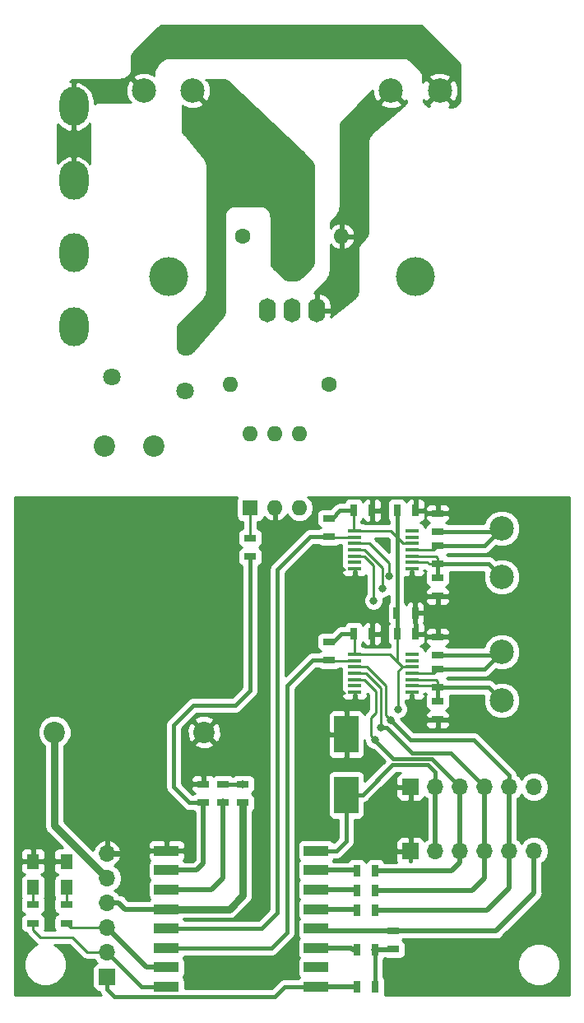
<source format=gbr>
G04 #@! TF.GenerationSoftware,KiCad,Pcbnew,(5.0.1)-4*
G04 #@! TF.CreationDate,2019-02-15T22:12:16-03:00*
G04 #@! TF.ProjectId,reflow,7265666C6F772E6B696361645F706362,rev?*
G04 #@! TF.SameCoordinates,Original*
G04 #@! TF.FileFunction,Copper,L1,Top,Signal*
G04 #@! TF.FilePolarity,Positive*
%FSLAX46Y46*%
G04 Gerber Fmt 4.6, Leading zero omitted, Abs format (unit mm)*
G04 Created by KiCad (PCBNEW (5.0.1)-4) date 15/2/2019 22:12:16*
%MOMM*%
%LPD*%
G01*
G04 APERTURE LIST*
G04 #@! TA.AperFunction,SMDPad,CuDef*
%ADD10R,1.300000X0.700000*%
G04 #@! TD*
G04 #@! TA.AperFunction,SMDPad,CuDef*
%ADD11R,0.700000X1.300000*%
G04 #@! TD*
G04 #@! TA.AperFunction,SMDPad,CuDef*
%ADD12R,1.450000X0.450000*%
G04 #@! TD*
G04 #@! TA.AperFunction,ComponentPad*
%ADD13C,2.500000*%
G04 #@! TD*
G04 #@! TA.AperFunction,ComponentPad*
%ADD14O,1.700000X1.700000*%
G04 #@! TD*
G04 #@! TA.AperFunction,ComponentPad*
%ADD15R,1.700000X1.700000*%
G04 #@! TD*
G04 #@! TA.AperFunction,SMDPad,CuDef*
%ADD16R,2.500000X1.100000*%
G04 #@! TD*
G04 #@! TA.AperFunction,ComponentPad*
%ADD17O,1.600000X1.600000*%
G04 #@! TD*
G04 #@! TA.AperFunction,ComponentPad*
%ADD18R,1.600000X1.600000*%
G04 #@! TD*
G04 #@! TA.AperFunction,ComponentPad*
%ADD19O,1.750000X2.500000*%
G04 #@! TD*
G04 #@! TA.AperFunction,ComponentPad*
%ADD20C,4.000000*%
G04 #@! TD*
G04 #@! TA.AperFunction,ComponentPad*
%ADD21C,1.600000*%
G04 #@! TD*
G04 #@! TA.AperFunction,ComponentPad*
%ADD22C,2.200000*%
G04 #@! TD*
G04 #@! TA.AperFunction,SMDPad,CuDef*
%ADD23R,2.500000X3.750000*%
G04 #@! TD*
G04 #@! TA.AperFunction,ComponentPad*
%ADD24O,3.000000X4.000000*%
G04 #@! TD*
G04 #@! TA.AperFunction,ComponentPad*
%ADD25C,1.800000*%
G04 #@! TD*
G04 #@! TA.AperFunction,SMDPad,CuDef*
%ADD26R,1.300000X1.500000*%
G04 #@! TD*
G04 #@! TA.AperFunction,ViaPad*
%ADD27C,0.800000*%
G04 #@! TD*
G04 #@! TA.AperFunction,Conductor*
%ADD28C,0.250000*%
G04 #@! TD*
G04 #@! TA.AperFunction,Conductor*
%ADD29C,0.400000*%
G04 #@! TD*
G04 #@! TA.AperFunction,Conductor*
%ADD30C,0.750000*%
G04 #@! TD*
G04 #@! TA.AperFunction,Conductor*
%ADD31C,0.500000*%
G04 #@! TD*
G04 #@! TA.AperFunction,Conductor*
%ADD32C,0.254000*%
G04 #@! TD*
G04 APERTURE END LIST*
D10*
G04 #@! TO.P,C11,2*
G04 #@! TO.N,GND*
X166116000Y-84394000D03*
G04 #@! TO.P,C11,1*
G04 #@! TO.N,Net-(C10-Pad2)*
X166116000Y-86294000D03*
G04 #@! TD*
D11*
G04 #@! TO.P,C7,1*
G04 #@! TO.N,VDD*
X157480000Y-84074000D03*
G04 #@! TO.P,C7,2*
G04 #@! TO.N,GND*
X159380000Y-84074000D03*
G04 #@! TD*
G04 #@! TO.P,C8,2*
G04 #@! TO.N,GND*
X163830000Y-84074000D03*
G04 #@! TO.P,C8,1*
G04 #@! TO.N,VDD*
X161930000Y-84074000D03*
G04 #@! TD*
D10*
G04 #@! TO.P,C9,1*
G04 #@! TO.N,GND*
X166116000Y-92898000D03*
G04 #@! TO.P,C9,2*
G04 #@! TO.N,Net-(C10-Pad1)*
X166116000Y-90998000D03*
G04 #@! TD*
D12*
G04 #@! TO.P,U4,14*
G04 #@! TO.N,GND*
X157578000Y-90088000D03*
G04 #@! TO.P,U4,13*
G04 #@! TO.N,N/C*
X157578000Y-89438000D03*
G04 #@! TO.P,U4,12*
G04 #@! TO.N,MOSI*
X157578000Y-88788000D03*
G04 #@! TO.P,U4,11*
G04 #@! TO.N,MISO*
X157578000Y-88138000D03*
G04 #@! TO.P,U4,10*
G04 #@! TO.N,MCLK*
X157578000Y-87488000D03*
G04 #@! TO.P,U4,9*
G04 #@! TO.N,~CS_T2*
X157578000Y-86838000D03*
G04 #@! TO.P,U4,8*
G04 #@! TO.N,VDD*
X157578000Y-86188000D03*
G04 #@! TO.P,U4,7*
G04 #@! TO.N,N/C*
X163478000Y-86188000D03*
G04 #@! TO.P,U4,6*
X163478000Y-86838000D03*
G04 #@! TO.P,U4,5*
G04 #@! TO.N,VDD*
X163478000Y-87488000D03*
G04 #@! TO.P,U4,4*
G04 #@! TO.N,Net-(C10-Pad2)*
X163478000Y-88138000D03*
G04 #@! TO.P,U4,3*
G04 #@! TO.N,Net-(C10-Pad1)*
X163478000Y-88788000D03*
G04 #@! TO.P,U4,2*
X163478000Y-89438000D03*
G04 #@! TO.P,U4,1*
G04 #@! TO.N,GND*
X163478000Y-90088000D03*
G04 #@! TD*
D10*
G04 #@! TO.P,C10,1*
G04 #@! TO.N,Net-(C10-Pad1)*
X166116000Y-89596000D03*
G04 #@! TO.P,C10,2*
G04 #@! TO.N,Net-(C10-Pad2)*
X166116000Y-87696000D03*
G04 #@! TD*
D13*
G04 #@! TO.P,J7,2*
G04 #@! TO.N,Net-(C10-Pad2)*
X172720000Y-85932000D03*
G04 #@! TO.P,J7,1*
G04 #@! TO.N,Net-(C10-Pad1)*
X172720000Y-90932000D03*
G04 #@! TD*
D14*
G04 #@! TO.P,J4,6*
G04 #@! TO.N,GND*
X132080000Y-106680000D03*
G04 #@! TO.P,J4,5*
G04 #@! TO.N,VDD*
X132080000Y-109220000D03*
G04 #@! TO.P,J4,4*
G04 #@! TO.N,Net-(J4-Pad4)*
X132080000Y-111760000D03*
G04 #@! TO.P,J4,3*
G04 #@! TO.N,Net-(J4-Pad3)*
X132080000Y-114300000D03*
G04 #@! TO.P,J4,2*
G04 #@! TO.N,Net-(J4-Pad2)*
X132080000Y-116840000D03*
D15*
G04 #@! TO.P,J4,1*
G04 #@! TO.N,Net-(J4-Pad1)*
X132080000Y-119380000D03*
G04 #@! TD*
D16*
G04 #@! TO.P,U3,1*
G04 #@! TO.N,Net-(J4-Pad1)*
X153608000Y-120396000D03*
G04 #@! TO.P,U3,2*
G04 #@! TO.N,N/C*
X153608000Y-118396000D03*
G04 #@! TO.P,U3,3*
G04 #@! TO.N,Net-(R4-Pad1)*
X153608000Y-116396000D03*
G04 #@! TO.P,U3,4*
G04 #@! TO.N,Net-(J5-Pad6)*
X153608000Y-114396000D03*
G04 #@! TO.P,U3,5*
G04 #@! TO.N,Net-(R13-Pad1)*
X153608000Y-112396000D03*
G04 #@! TO.P,U3,6*
G04 #@! TO.N,Net-(R14-Pad1)*
X153608000Y-110396000D03*
G04 #@! TO.P,U3,7*
G04 #@! TO.N,Net-(R15-Pad2)*
X153608000Y-108396000D03*
G04 #@! TO.P,U3,8*
G04 #@! TO.N,VDD*
X153608000Y-106396000D03*
G04 #@! TO.P,U3,9*
G04 #@! TO.N,GND*
X138208000Y-106396000D03*
G04 #@! TO.P,U3,10*
G04 #@! TO.N,Net-(R10-Pad2)*
X138208000Y-108396000D03*
G04 #@! TO.P,U3,11*
G04 #@! TO.N,CS_AUX*
X138208000Y-110396000D03*
G04 #@! TO.P,U3,12*
G04 #@! TO.N,Net-(J4-Pad4)*
X138208000Y-112396000D03*
G04 #@! TO.P,U3,13*
G04 #@! TO.N,~CS_T1*
X138208000Y-114396000D03*
G04 #@! TO.P,U3,14*
G04 #@! TO.N,~CS_T2*
X138208000Y-116396000D03*
G04 #@! TO.P,U3,15*
G04 #@! TO.N,Net-(J4-Pad3)*
X138208000Y-118396000D03*
G04 #@! TO.P,U3,16*
G04 #@! TO.N,Net-(J4-Pad2)*
X138208000Y-120396000D03*
G04 #@! TD*
D13*
G04 #@! TO.P,J1,2*
G04 #@! TO.N,/LOAD*
X161330000Y-28194000D03*
G04 #@! TO.P,J1,1*
G04 #@! TO.N,NEUTRAL*
X166330000Y-28194000D03*
G04 #@! TD*
G04 #@! TO.P,J2,1*
G04 #@! TO.N,LIVE*
X140890000Y-28194000D03*
G04 #@! TO.P,J2,2*
G04 #@! TO.N,NEUTRAL*
X135890000Y-28194000D03*
G04 #@! TD*
D17*
G04 #@! TO.P,U1,6*
G04 #@! TO.N,Net-(R1-Pad2)*
X146812000Y-63500000D03*
G04 #@! TO.P,U1,3*
G04 #@! TO.N,N/C*
X151892000Y-71120000D03*
G04 #@! TO.P,U1,5*
X149352000Y-63500000D03*
G04 #@! TO.P,U1,2*
G04 #@! TO.N,GND*
X149352000Y-71120000D03*
G04 #@! TO.P,U1,4*
G04 #@! TO.N,Net-(D1-Pad3)*
X151892000Y-63500000D03*
D18*
G04 #@! TO.P,U1,1*
G04 #@! TO.N,Net-(R10-Pad1)*
X146812000Y-71120000D03*
G04 #@! TD*
D19*
G04 #@! TO.P,D1,1*
G04 #@! TO.N,/LOAD*
X153670000Y-50800000D03*
G04 #@! TO.P,D1,2*
G04 #@! TO.N,LIVE*
X151130000Y-50800000D03*
G04 #@! TO.P,D1,3*
G04 #@! TO.N,Net-(D1-Pad3)*
X148590000Y-50800000D03*
D20*
G04 #@! TO.P,D1,*
G04 #@! TO.N,*
X163830000Y-47307500D03*
X138430000Y-47310000D03*
G04 #@! TD*
D17*
G04 #@! TO.P,R1,2*
G04 #@! TO.N,Net-(R1-Pad2)*
X144780000Y-58420000D03*
D21*
G04 #@! TO.P,R1,1*
G04 #@! TO.N,LIVE*
X154940000Y-58420000D03*
G04 #@! TD*
G04 #@! TO.P,R2,1*
G04 #@! TO.N,Net-(D1-Pad3)*
X146050000Y-43180000D03*
D17*
G04 #@! TO.P,R2,2*
G04 #@! TO.N,/LOAD*
X156210000Y-43180000D03*
G04 #@! TD*
D22*
G04 #@! TO.P,U2,1*
G04 #@! TO.N,LIVE*
X136866000Y-64802000D03*
G04 #@! TO.P,U2,2*
G04 #@! TO.N,Net-(F1-Pad2)*
X131866000Y-64802000D03*
G04 #@! TO.P,U2,3*
G04 #@! TO.N,GND*
X142066000Y-94202000D03*
G04 #@! TO.P,U2,4*
G04 #@! TO.N,VDD*
X126666000Y-94202000D03*
G04 #@! TD*
D14*
G04 #@! TO.P,J3,6*
G04 #@! TO.N,CS_AUX*
X176022000Y-99822000D03*
G04 #@! TO.P,J3,5*
G04 #@! TO.N,MCLK*
X173482000Y-99822000D03*
G04 #@! TO.P,J3,4*
G04 #@! TO.N,MISO*
X170942000Y-99822000D03*
G04 #@! TO.P,J3,3*
G04 #@! TO.N,MOSI*
X168402000Y-99822000D03*
G04 #@! TO.P,J3,2*
G04 #@! TO.N,VDD*
X165862000Y-99822000D03*
D15*
G04 #@! TO.P,J3,1*
G04 #@! TO.N,GND*
X163322000Y-99822000D03*
G04 #@! TD*
D23*
G04 #@! TO.P,C1,2*
G04 #@! TO.N,GND*
X156718000Y-94411000D03*
G04 #@! TO.P,C1,1*
G04 #@! TO.N,VDD*
X156718000Y-100661000D03*
G04 #@! TD*
D14*
G04 #@! TO.P,J5,6*
G04 #@! TO.N,Net-(J5-Pad6)*
X176022000Y-106426000D03*
G04 #@! TO.P,J5,5*
G04 #@! TO.N,MCLK*
X173482000Y-106426000D03*
G04 #@! TO.P,J5,4*
G04 #@! TO.N,MISO*
X170942000Y-106426000D03*
G04 #@! TO.P,J5,3*
G04 #@! TO.N,MOSI*
X168402000Y-106426000D03*
G04 #@! TO.P,J5,2*
G04 #@! TO.N,VDD*
X165862000Y-106426000D03*
D15*
G04 #@! TO.P,J5,1*
G04 #@! TO.N,GND*
X163322000Y-106426000D03*
G04 #@! TD*
D12*
G04 #@! TO.P,U5,1*
G04 #@! TO.N,GND*
X163478000Y-77388000D03*
G04 #@! TO.P,U5,2*
G04 #@! TO.N,Net-(C4-Pad2)*
X163478000Y-76738000D03*
G04 #@! TO.P,U5,3*
X163478000Y-76088000D03*
G04 #@! TO.P,U5,4*
G04 #@! TO.N,Net-(C5-Pad2)*
X163478000Y-75438000D03*
G04 #@! TO.P,U5,5*
G04 #@! TO.N,VDD*
X163478000Y-74788000D03*
G04 #@! TO.P,U5,6*
G04 #@! TO.N,N/C*
X163478000Y-74138000D03*
G04 #@! TO.P,U5,7*
X163478000Y-73488000D03*
G04 #@! TO.P,U5,8*
G04 #@! TO.N,VDD*
X157578000Y-73488000D03*
G04 #@! TO.P,U5,9*
G04 #@! TO.N,~CS_T1*
X157578000Y-74138000D03*
G04 #@! TO.P,U5,10*
G04 #@! TO.N,MCLK*
X157578000Y-74788000D03*
G04 #@! TO.P,U5,11*
G04 #@! TO.N,MISO*
X157578000Y-75438000D03*
G04 #@! TO.P,U5,12*
G04 #@! TO.N,MOSI*
X157578000Y-76088000D03*
G04 #@! TO.P,U5,13*
G04 #@! TO.N,N/C*
X157578000Y-76738000D03*
G04 #@! TO.P,U5,14*
G04 #@! TO.N,GND*
X157578000Y-77388000D03*
G04 #@! TD*
D13*
G04 #@! TO.P,J6,1*
G04 #@! TO.N,Net-(C4-Pad2)*
X172720000Y-78232000D03*
G04 #@! TO.P,J6,2*
G04 #@! TO.N,Net-(C5-Pad2)*
X172720000Y-73232000D03*
G04 #@! TD*
D11*
G04 #@! TO.P,C2,2*
G04 #@! TO.N,GND*
X159380000Y-71374000D03*
G04 #@! TO.P,C2,1*
G04 #@! TO.N,VDD*
X157480000Y-71374000D03*
G04 #@! TD*
G04 #@! TO.P,C3,1*
G04 #@! TO.N,VDD*
X161930000Y-71374000D03*
G04 #@! TO.P,C3,2*
G04 #@! TO.N,GND*
X163830000Y-71374000D03*
G04 #@! TD*
D10*
G04 #@! TO.P,C4,2*
G04 #@! TO.N,Net-(C4-Pad2)*
X166116000Y-78298000D03*
G04 #@! TO.P,C4,1*
G04 #@! TO.N,GND*
X166116000Y-80198000D03*
G04 #@! TD*
G04 #@! TO.P,C5,2*
G04 #@! TO.N,Net-(C5-Pad2)*
X166116000Y-74996000D03*
G04 #@! TO.P,C5,1*
G04 #@! TO.N,Net-(C4-Pad2)*
X166116000Y-76896000D03*
G04 #@! TD*
G04 #@! TO.P,C6,1*
G04 #@! TO.N,Net-(C5-Pad2)*
X166116000Y-73594000D03*
G04 #@! TO.P,C6,2*
G04 #@! TO.N,GND*
X166116000Y-71694000D03*
G04 #@! TD*
D11*
G04 #@! TO.P,R3,2*
G04 #@! TO.N,VDD*
X159700000Y-120396000D03*
G04 #@! TO.P,R3,1*
G04 #@! TO.N,Net-(J4-Pad1)*
X157800000Y-120396000D03*
G04 #@! TD*
G04 #@! TO.P,R4,1*
G04 #@! TO.N,Net-(R4-Pad1)*
X157800000Y-116586000D03*
G04 #@! TO.P,R4,2*
G04 #@! TO.N,VDD*
X159700000Y-116586000D03*
G04 #@! TD*
D10*
G04 #@! TO.P,R5,2*
G04 #@! TO.N,Net-(J4-Pad4)*
X146050000Y-101454000D03*
G04 #@! TO.P,R5,1*
G04 #@! TO.N,VDD*
X146050000Y-99554000D03*
G04 #@! TD*
G04 #@! TO.P,R6,1*
G04 #@! TO.N,VDD*
X144018000Y-99554000D03*
G04 #@! TO.P,R6,2*
G04 #@! TO.N,CS_AUX*
X144018000Y-101454000D03*
G04 #@! TD*
G04 #@! TO.P,R7,2*
G04 #@! TO.N,Net-(R10-Pad2)*
X141986000Y-101454000D03*
G04 #@! TO.P,R7,1*
G04 #@! TO.N,GND*
X141986000Y-99554000D03*
G04 #@! TD*
G04 #@! TO.P,R12,1*
G04 #@! TO.N,Net-(J5-Pad6)*
X161544000Y-114620000D03*
G04 #@! TO.P,R12,2*
G04 #@! TO.N,VDD*
X161544000Y-116520000D03*
G04 #@! TD*
D11*
G04 #@! TO.P,R13,2*
G04 #@! TO.N,MCLK*
X159700000Y-112522000D03*
G04 #@! TO.P,R13,1*
G04 #@! TO.N,Net-(R13-Pad1)*
X157800000Y-112522000D03*
G04 #@! TD*
G04 #@! TO.P,R14,1*
G04 #@! TO.N,Net-(R14-Pad1)*
X157800000Y-110490000D03*
G04 #@! TO.P,R14,2*
G04 #@! TO.N,MISO*
X159700000Y-110490000D03*
G04 #@! TD*
G04 #@! TO.P,R15,2*
G04 #@! TO.N,Net-(R15-Pad2)*
X157800000Y-108458000D03*
G04 #@! TO.P,R15,1*
G04 #@! TO.N,MOSI*
X159700000Y-108458000D03*
G04 #@! TD*
D10*
G04 #@! TO.P,R8,2*
G04 #@! TO.N,~CS_T2*
X154940000Y-86802000D03*
G04 #@! TO.P,R8,1*
G04 #@! TO.N,VDD*
X154940000Y-84902000D03*
G04 #@! TD*
G04 #@! TO.P,R9,1*
G04 #@! TO.N,VDD*
X154940000Y-72202000D03*
G04 #@! TO.P,R9,2*
G04 #@! TO.N,~CS_T1*
X154940000Y-74102000D03*
G04 #@! TD*
G04 #@! TO.P,R10,2*
G04 #@! TO.N,Net-(R10-Pad2)*
X146812000Y-76134000D03*
G04 #@! TO.P,R10,1*
G04 #@! TO.N,Net-(R10-Pad1)*
X146812000Y-74234000D03*
G04 #@! TD*
D24*
G04 #@! TO.P,F1,1*
G04 #@! TO.N,NEUTRAL*
X128651000Y-29831000D03*
X128651000Y-37451000D03*
G04 #@! TO.P,F1,2*
G04 #@! TO.N,Net-(F1-Pad2)*
X128651000Y-44831000D03*
X128651000Y-52451000D03*
G04 #@! TD*
D25*
G04 #@! TO.P,RV1,2*
G04 #@! TO.N,Net-(F1-Pad2)*
X132581000Y-57655000D03*
G04 #@! TO.P,RV1,1*
G04 #@! TO.N,LIVE*
X140081000Y-59055000D03*
G04 #@! TD*
D10*
G04 #@! TO.P,R11,2*
G04 #@! TO.N,Net-(J4-Pad2)*
X124460000Y-113853000D03*
G04 #@! TO.P,R11,1*
G04 #@! TO.N,Net-(D2-Pad2)*
X124460000Y-111953000D03*
G04 #@! TD*
G04 #@! TO.P,R16,1*
G04 #@! TO.N,Net-(D3-Pad2)*
X127889000Y-111953000D03*
G04 #@! TO.P,R16,2*
G04 #@! TO.N,Net-(J4-Pad3)*
X127889000Y-113853000D03*
G04 #@! TD*
D26*
G04 #@! TO.P,D2,1*
G04 #@! TO.N,GND*
X124460000Y-107489000D03*
G04 #@! TO.P,D2,2*
G04 #@! TO.N,Net-(D2-Pad2)*
X124460000Y-110189000D03*
G04 #@! TD*
G04 #@! TO.P,D3,2*
G04 #@! TO.N,Net-(D3-Pad2)*
X127889000Y-110189000D03*
G04 #@! TO.P,D3,1*
G04 #@! TO.N,GND*
X127889000Y-107489000D03*
G04 #@! TD*
D11*
G04 #@! TO.P,C12,2*
G04 #@! TO.N,GND*
X163814800Y-81940400D03*
G04 #@! TO.P,C12,1*
G04 #@! TO.N,VDD*
X161914800Y-81940400D03*
G04 #@! TD*
D27*
G04 #@! TO.N,VDD*
X162052000Y-91821000D03*
X153670000Y-106396000D03*
X146050000Y-99554000D03*
X159700000Y-116586000D03*
G04 #@! TO.N,GND*
X156718000Y-94488000D03*
X160655000Y-71374000D03*
X160782000Y-74549000D03*
X157607000Y-78486000D03*
X129794000Y-119253000D03*
X170180000Y-81280000D03*
X177800000Y-81280000D03*
X177800000Y-71120000D03*
X177800000Y-91440000D03*
X177800000Y-114300000D03*
X170180000Y-119380000D03*
X162560000Y-119380000D03*
X147320000Y-119380000D03*
X142240000Y-119380000D03*
X124460000Y-104140000D03*
X137160000Y-104140000D03*
X137160000Y-91440000D03*
X124460000Y-91440000D03*
X124460000Y-78740000D03*
X124460000Y-71120000D03*
X137160000Y-71120000D03*
X137160000Y-78740000D03*
X154940000Y-81280000D03*
G04 #@! TO.N,MOSI*
X159512000Y-80645000D03*
X159639000Y-94996000D03*
G04 #@! TO.N,MISO*
X160401000Y-79375000D03*
X160274000Y-93726000D03*
G04 #@! TO.N,MCLK*
X161126000Y-78105000D03*
X161290000Y-92964000D03*
G04 #@! TO.N,CS_AUX*
X144018000Y-101454000D03*
G04 #@! TD*
D28*
G04 #@! TO.N,VDD*
X161930000Y-72274000D02*
X161930000Y-71374000D01*
X161930000Y-74125002D02*
X161930000Y-72274000D01*
X162592998Y-74788000D02*
X161930000Y-74125002D01*
X163478000Y-74788000D02*
X162592998Y-74788000D01*
X157480000Y-73390000D02*
X157578000Y-73488000D01*
X157480000Y-71374000D02*
X157480000Y-73390000D01*
X157578000Y-84172000D02*
X157480000Y-84074000D01*
X157578000Y-86188000D02*
X157578000Y-84172000D01*
X161930000Y-84974000D02*
X161930000Y-84074000D01*
X161930000Y-86915000D02*
X161930000Y-84974000D01*
X162503000Y-87488000D02*
X161930000Y-86915000D01*
X163478000Y-87488000D02*
X162503000Y-87488000D01*
X161292998Y-73488000D02*
X161930000Y-74125002D01*
X157578000Y-73488000D02*
X161292998Y-73488000D01*
X161203000Y-86188000D02*
X161930000Y-86915000D01*
X157578000Y-86188000D02*
X161203000Y-86188000D01*
D29*
X158368000Y-100661000D02*
X161493000Y-97536000D01*
X156718000Y-100661000D02*
X158368000Y-100661000D01*
X161493000Y-97536000D02*
X165100000Y-97536000D01*
X165862000Y-98298000D02*
X165862000Y-99822000D01*
X165100000Y-97536000D02*
X165862000Y-98298000D01*
X152908000Y-106396000D02*
X153670000Y-106396000D01*
X156718000Y-105410000D02*
X156718000Y-100661000D01*
X155732000Y-106396000D02*
X156718000Y-105410000D01*
X144018000Y-99554000D02*
X146050000Y-99554000D01*
D30*
X126666000Y-103806000D02*
X126666000Y-94202000D01*
X132080000Y-109220000D02*
X126666000Y-103806000D01*
D29*
X159700000Y-120396000D02*
X159700000Y-116586000D01*
X155240000Y-72202000D02*
X156068000Y-71374000D01*
X154940000Y-72202000D02*
X155240000Y-72202000D01*
X156068000Y-71374000D02*
X157480000Y-71374000D01*
X154940000Y-84902000D02*
X155382000Y-84902000D01*
X156210000Y-84074000D02*
X157480000Y-84074000D01*
X155382000Y-84902000D02*
X156210000Y-84074000D01*
X161930000Y-84074000D02*
X161930000Y-71374000D01*
D28*
X162503000Y-87488000D02*
X162052000Y-87939000D01*
X162052000Y-87939000D02*
X162052000Y-91821000D01*
D29*
X153670000Y-106396000D02*
X155732000Y-106396000D01*
D31*
X165862000Y-99822000D02*
X165862000Y-106426000D01*
X161478000Y-116586000D02*
X161544000Y-116520000D01*
X159700000Y-116586000D02*
X161478000Y-116586000D01*
D28*
X161914800Y-84058800D02*
X161930000Y-84074000D01*
X161914800Y-81940400D02*
X161914800Y-84058800D01*
D31*
G04 #@! TO.N,Net-(R4-Pad1)*
X157210000Y-116396000D02*
X157400000Y-116586000D01*
X152908000Y-116396000D02*
X157210000Y-116396000D01*
D28*
X157400000Y-116586000D02*
X157800000Y-116586000D01*
D31*
G04 #@! TO.N,GND*
X138908000Y-106396000D02*
X134904000Y-106396000D01*
X134620000Y-106680000D02*
X132080000Y-106680000D01*
X134904000Y-106396000D02*
X134620000Y-106680000D01*
D29*
X163322000Y-106192000D02*
X163322000Y-99822000D01*
X163322000Y-107442000D02*
X163322000Y-106192000D01*
D28*
X157578000Y-90088000D02*
X157578000Y-91088000D01*
X156718000Y-91948000D02*
X156718000Y-94411000D01*
X157578000Y-91088000D02*
X156718000Y-91948000D01*
X163478000Y-90563000D02*
X163478000Y-90088000D01*
X163478000Y-91160000D02*
X163478000Y-90563000D01*
X165216000Y-92898000D02*
X163478000Y-91160000D01*
X166116000Y-92898000D02*
X165216000Y-92898000D01*
X163478000Y-77388000D02*
X163478000Y-79150000D01*
X164526000Y-80198000D02*
X166116000Y-80198000D01*
X163478000Y-79150000D02*
X164526000Y-80198000D01*
X157578000Y-78457000D02*
X157607000Y-78486000D01*
X157578000Y-77388000D02*
X157578000Y-78457000D01*
D31*
G04 #@! TO.N,Net-(R13-Pad1)*
X157674000Y-112396000D02*
X157800000Y-112522000D01*
X152908000Y-112396000D02*
X157674000Y-112396000D01*
G04 #@! TO.N,Net-(R14-Pad1)*
X157706000Y-110396000D02*
X157800000Y-110490000D01*
X152908000Y-110396000D02*
X157706000Y-110396000D01*
G04 #@! TO.N,Net-(J4-Pad4)*
X133918081Y-112396000D02*
X138908000Y-112396000D01*
X133282081Y-111760000D02*
X133918081Y-112396000D01*
X132080000Y-111760000D02*
X133282081Y-111760000D01*
D30*
X138908000Y-112396000D02*
X144652000Y-112396000D01*
X146050000Y-110998000D02*
X146050000Y-101854000D01*
X144652000Y-112396000D02*
X146050000Y-110998000D01*
D28*
X146050000Y-102054000D02*
X146050000Y-101854000D01*
X146050000Y-101454000D02*
X146050000Y-102054000D01*
D31*
G04 #@! TO.N,Net-(J4-Pad3)*
X136176000Y-118396000D02*
X138908000Y-118396000D01*
X132080000Y-114300000D02*
X136176000Y-118396000D01*
D28*
X128336000Y-114300000D02*
X127889000Y-113853000D01*
X132080000Y-114300000D02*
X128336000Y-114300000D01*
D29*
G04 #@! TO.N,Net-(J4-Pad2)*
X135636000Y-120396000D02*
X138908000Y-120396000D01*
X132080000Y-116840000D02*
X135636000Y-120396000D01*
D28*
X124460000Y-114554000D02*
X124460000Y-113853000D01*
X125222000Y-115316000D02*
X124460000Y-114554000D01*
X128524000Y-115316000D02*
X125222000Y-115316000D01*
X132080000Y-116840000D02*
X130048000Y-116840000D01*
X130048000Y-116840000D02*
X128524000Y-115316000D01*
D31*
G04 #@! TO.N,Net-(J4-Pad1)*
X152908000Y-120396000D02*
X157400000Y-120396000D01*
D29*
X132080000Y-120630000D02*
X132862000Y-121412000D01*
X132080000Y-119380000D02*
X132080000Y-120630000D01*
X132862000Y-121412000D02*
X149352000Y-121412000D01*
X150368000Y-120396000D02*
X152908000Y-120396000D01*
X149352000Y-121412000D02*
X150368000Y-120396000D01*
D28*
X157400000Y-120396000D02*
X157800000Y-120396000D01*
G04 #@! TO.N,MOSI*
X158553000Y-88788000D02*
X159766000Y-90001000D01*
X157578000Y-88788000D02*
X158553000Y-88788000D01*
X158553000Y-76088000D02*
X159512000Y-77047000D01*
X157578000Y-76088000D02*
X158553000Y-76088000D01*
X159512000Y-77047000D02*
X159512000Y-80137000D01*
X159766000Y-94869000D02*
X159639000Y-94996000D01*
X159239001Y-94596001D02*
X159239001Y-92728999D01*
X159639000Y-94996000D02*
X159239001Y-94596001D01*
X159766000Y-92202000D02*
X159766000Y-90001000D01*
X159239001Y-92728999D02*
X159766000Y-92202000D01*
D31*
X168402000Y-101024081D02*
X168402000Y-106426000D01*
X168402000Y-99822000D02*
X168402000Y-101024081D01*
X166370000Y-108458000D02*
X159700000Y-108458000D01*
X167572081Y-108458000D02*
X166370000Y-108458000D01*
X168402000Y-107628081D02*
X167572081Y-108458000D01*
X168402000Y-106426000D02*
X168402000Y-107628081D01*
D29*
X160038999Y-95395999D02*
X159639000Y-94996000D01*
X161578990Y-96935990D02*
X160038999Y-95395999D01*
X165515990Y-96935990D02*
X161578990Y-96935990D01*
X168402000Y-99822000D02*
X165515990Y-96935990D01*
D28*
X159512000Y-80137000D02*
X159512000Y-80645000D01*
G04 #@! TO.N,MISO*
X157578000Y-88138000D02*
X158750000Y-88138000D01*
X158750000Y-88138000D02*
X160274000Y-89662000D01*
X160274000Y-89662000D02*
X160274000Y-93726000D01*
X158553000Y-75438000D02*
X160401000Y-77286000D01*
X157578000Y-75438000D02*
X158553000Y-75438000D01*
D31*
X170942000Y-101024081D02*
X170942000Y-106426000D01*
X170942000Y-99822000D02*
X170942000Y-101024081D01*
X170942000Y-106426000D02*
X170942000Y-109220000D01*
X169672000Y-110490000D02*
X159700000Y-110490000D01*
X170942000Y-109220000D02*
X169672000Y-110490000D01*
D29*
X170092001Y-98972001D02*
X170942000Y-99822000D01*
X167455980Y-96335980D02*
X170092001Y-98972001D01*
X163477978Y-96335980D02*
X167455980Y-96335980D01*
X160867998Y-93726000D02*
X163477978Y-96335980D01*
X160274000Y-93726000D02*
X160867998Y-93726000D01*
D28*
X160401000Y-77286000D02*
X160401000Y-79375000D01*
G04 #@! TO.N,MCLK*
X157578000Y-74788000D02*
X159116000Y-74788000D01*
D31*
X173482000Y-101024081D02*
X173482000Y-106426000D01*
X173482000Y-99822000D02*
X173482000Y-101024081D01*
X159700000Y-112522000D02*
X171196000Y-112522000D01*
X173482000Y-110236000D02*
X173482000Y-106426000D01*
X171196000Y-112522000D02*
X173482000Y-110236000D01*
D29*
X173482000Y-98619919D02*
X169858081Y-94996000D01*
X173482000Y-99822000D02*
X173482000Y-98619919D01*
X163322000Y-94996000D02*
X161290000Y-92964000D01*
X169858081Y-94996000D02*
X163322000Y-94996000D01*
D28*
X157578000Y-87488000D02*
X158862000Y-87488000D01*
X158862000Y-87488000D02*
X160782000Y-89408000D01*
X160782000Y-92456000D02*
X161290000Y-92964000D01*
X160782000Y-89408000D02*
X160782000Y-92456000D01*
X161126000Y-76798000D02*
X160528000Y-76200000D01*
X161126000Y-78105000D02*
X161126000Y-76798000D01*
X159116000Y-74788000D02*
X160528000Y-76200000D01*
X160528000Y-76200000D02*
X161036000Y-76708000D01*
D29*
G04 #@! TO.N,Net-(C4-Pad2)*
X171384000Y-76896000D02*
X172720000Y-78232000D01*
X166116000Y-76896000D02*
X171384000Y-76896000D01*
X166116000Y-78298000D02*
X166116000Y-76896000D01*
D28*
X164453000Y-76738000D02*
X163478000Y-76738000D01*
X165058000Y-76738000D02*
X164453000Y-76738000D01*
X165216000Y-76896000D02*
X165058000Y-76738000D01*
X166116000Y-76896000D02*
X165216000Y-76896000D01*
X166116000Y-76296000D02*
X166116000Y-76896000D01*
X165908000Y-76088000D02*
X166116000Y-76296000D01*
X163478000Y-76088000D02*
X165908000Y-76088000D01*
D29*
G04 #@! TO.N,Net-(C5-Pad2)*
X172358000Y-73594000D02*
X172720000Y-73232000D01*
X166116000Y-73594000D02*
X172358000Y-73594000D01*
X170956000Y-74996000D02*
X172720000Y-73232000D01*
X166116000Y-74996000D02*
X170956000Y-74996000D01*
D28*
X165674000Y-75438000D02*
X166116000Y-74996000D01*
X163478000Y-75438000D02*
X165674000Y-75438000D01*
D29*
G04 #@! TO.N,~CS_T1*
X138908000Y-114396000D02*
X147986000Y-114396000D01*
X147986000Y-114396000D02*
X149606000Y-112776000D01*
X149606000Y-112776000D02*
X149606000Y-77470000D01*
X152974000Y-74102000D02*
X154940000Y-74102000D01*
X149606000Y-77470000D02*
X152974000Y-74102000D01*
D28*
X154976000Y-74138000D02*
X154940000Y-74102000D01*
X157578000Y-74138000D02*
X154976000Y-74138000D01*
D29*
G04 #@! TO.N,Net-(C10-Pad1)*
X171384000Y-89596000D02*
X172720000Y-90932000D01*
X166116000Y-89596000D02*
X171384000Y-89596000D01*
X166116000Y-89596000D02*
X166116000Y-90998000D01*
D28*
X165958000Y-89438000D02*
X166116000Y-89596000D01*
X163478000Y-89438000D02*
X165958000Y-89438000D01*
X166116000Y-88996000D02*
X166116000Y-89596000D01*
X165908000Y-88788000D02*
X166116000Y-88996000D01*
X163478000Y-88788000D02*
X165908000Y-88788000D01*
D29*
G04 #@! TO.N,Net-(C10-Pad2)*
X172358000Y-86294000D02*
X172720000Y-85932000D01*
X166116000Y-86294000D02*
X172358000Y-86294000D01*
X170956000Y-87696000D02*
X172720000Y-85932000D01*
X166116000Y-87696000D02*
X170956000Y-87696000D01*
D28*
X165674000Y-88138000D02*
X166116000Y-87696000D01*
X163478000Y-88138000D02*
X165674000Y-88138000D01*
D29*
G04 #@! TO.N,~CS_T2*
X138908000Y-116396000D02*
X149034000Y-116396000D01*
X149034000Y-116396000D02*
X150622000Y-114808000D01*
X150622000Y-114808000D02*
X150622000Y-89408000D01*
X153228000Y-86802000D02*
X154940000Y-86802000D01*
X150622000Y-89408000D02*
X153228000Y-86802000D01*
D28*
X154976000Y-86838000D02*
X154940000Y-86802000D01*
X157578000Y-86838000D02*
X154976000Y-86838000D01*
D31*
G04 #@! TO.N,Net-(R10-Pad2)*
X138908000Y-108396000D02*
X141286000Y-108396000D01*
X141986000Y-107696000D02*
X141986000Y-101854000D01*
X141286000Y-108396000D02*
X141986000Y-107696000D01*
D29*
X146812000Y-76134000D02*
X146812000Y-89916000D01*
X146812000Y-89916000D02*
X145288000Y-91440000D01*
X145288000Y-91440000D02*
X140970000Y-91440000D01*
X140970000Y-91440000D02*
X138938000Y-93472000D01*
X138938000Y-93472000D02*
X138938000Y-99822000D01*
X140570000Y-101454000D02*
X141986000Y-101454000D01*
X138938000Y-99822000D02*
X140570000Y-101454000D01*
D28*
X141986000Y-101454000D02*
X141986000Y-101854000D01*
G04 #@! TO.N,Net-(R10-Pad1)*
X146812000Y-71120000D02*
X146812000Y-74234000D01*
G04 #@! TO.N,Net-(D2-Pad2)*
X124460000Y-109939000D02*
X124460000Y-111953000D01*
G04 #@! TO.N,Net-(D3-Pad2)*
X127889000Y-109939000D02*
X127889000Y-111953000D01*
D31*
G04 #@! TO.N,CS_AUX*
X138908000Y-110396000D02*
X142842000Y-110396000D01*
X144018000Y-109220000D02*
X144018000Y-101854000D01*
X142842000Y-110396000D02*
X144018000Y-109220000D01*
D28*
X144018000Y-101454000D02*
X144018000Y-101854000D01*
D31*
G04 #@! TO.N,Net-(J5-Pad6)*
X161544000Y-114620000D02*
X172146000Y-114620000D01*
X176022000Y-110744000D02*
X176022000Y-106426000D01*
X172146000Y-114620000D02*
X176022000Y-110744000D01*
X153132000Y-114620000D02*
X161544000Y-114620000D01*
X152908000Y-114396000D02*
X153132000Y-114620000D01*
G04 #@! TO.N,Net-(R15-Pad2)*
X157738000Y-108396000D02*
X157800000Y-108458000D01*
X152908000Y-108396000D02*
X157738000Y-108396000D01*
G04 #@! TD*
D32*
G04 #@! TO.N,GND*
G36*
X179630001Y-121210000D02*
X160664819Y-121210000D01*
X160697440Y-121046000D01*
X160697440Y-119746000D01*
X160648157Y-119498235D01*
X160535000Y-119328885D01*
X160535000Y-117665431D01*
X174295000Y-117665431D01*
X174295000Y-118554569D01*
X174635259Y-119376026D01*
X175263974Y-120004741D01*
X176085431Y-120345000D01*
X176974569Y-120345000D01*
X177796026Y-120004741D01*
X178424741Y-119376026D01*
X178765000Y-118554569D01*
X178765000Y-117665431D01*
X178424741Y-116843974D01*
X177796026Y-116215259D01*
X176974569Y-115875000D01*
X176085431Y-115875000D01*
X175263974Y-116215259D01*
X174635259Y-116843974D01*
X174295000Y-117665431D01*
X160535000Y-117665431D01*
X160535000Y-117653115D01*
X160648157Y-117483765D01*
X160650696Y-117471000D01*
X160660528Y-117471000D01*
X160894000Y-117517440D01*
X162194000Y-117517440D01*
X162441765Y-117468157D01*
X162651809Y-117327809D01*
X162792157Y-117117765D01*
X162841440Y-116870000D01*
X162841440Y-116170000D01*
X162792157Y-115922235D01*
X162651809Y-115712191D01*
X162441765Y-115571843D01*
X162432500Y-115570000D01*
X162441765Y-115568157D01*
X162536285Y-115505000D01*
X172058839Y-115505000D01*
X172146000Y-115522337D01*
X172233161Y-115505000D01*
X172233165Y-115505000D01*
X172491310Y-115453652D01*
X172784049Y-115258049D01*
X172833425Y-115184153D01*
X176586156Y-111431423D01*
X176660049Y-111382049D01*
X176732351Y-111273843D01*
X176855652Y-111089310D01*
X176872453Y-111004843D01*
X176907000Y-110831165D01*
X176907000Y-110831161D01*
X176924337Y-110744000D01*
X176907000Y-110656839D01*
X176907000Y-107620656D01*
X177092625Y-107496625D01*
X177420839Y-107005418D01*
X177536092Y-106426000D01*
X177420839Y-105846582D01*
X177092625Y-105355375D01*
X176601418Y-105027161D01*
X176168256Y-104941000D01*
X175875744Y-104941000D01*
X175442582Y-105027161D01*
X174951375Y-105355375D01*
X174752000Y-105653761D01*
X174552625Y-105355375D01*
X174367000Y-105231344D01*
X174367000Y-101016656D01*
X174552625Y-100892625D01*
X174752000Y-100594239D01*
X174951375Y-100892625D01*
X175442582Y-101220839D01*
X175875744Y-101307000D01*
X176168256Y-101307000D01*
X176601418Y-101220839D01*
X177092625Y-100892625D01*
X177420839Y-100401418D01*
X177536092Y-99822000D01*
X177420839Y-99242582D01*
X177092625Y-98751375D01*
X176601418Y-98423161D01*
X176168256Y-98337000D01*
X175875744Y-98337000D01*
X175442582Y-98423161D01*
X174951375Y-98751375D01*
X174752000Y-99049761D01*
X174552625Y-98751375D01*
X174329904Y-98602557D01*
X174317000Y-98537685D01*
X174317000Y-98537682D01*
X174268552Y-98294118D01*
X174195942Y-98185449D01*
X174130584Y-98087634D01*
X174130583Y-98087633D01*
X174084001Y-98017918D01*
X174014286Y-97971336D01*
X170506668Y-94463720D01*
X170460082Y-94393999D01*
X170183882Y-94209448D01*
X169940318Y-94161000D01*
X169940314Y-94161000D01*
X169858081Y-94144643D01*
X169775848Y-94161000D01*
X163667868Y-94161000D01*
X162690618Y-93183750D01*
X164831000Y-93183750D01*
X164831000Y-93374309D01*
X164927673Y-93607698D01*
X165106301Y-93786327D01*
X165339690Y-93883000D01*
X165830250Y-93883000D01*
X165989000Y-93724250D01*
X165989000Y-93025000D01*
X166243000Y-93025000D01*
X166243000Y-93724250D01*
X166401750Y-93883000D01*
X166892310Y-93883000D01*
X167125699Y-93786327D01*
X167304327Y-93607698D01*
X167401000Y-93374309D01*
X167401000Y-93183750D01*
X167242250Y-93025000D01*
X166243000Y-93025000D01*
X165989000Y-93025000D01*
X164989750Y-93025000D01*
X164831000Y-93183750D01*
X162690618Y-93183750D01*
X162332115Y-92825248D01*
X162638280Y-92698431D01*
X162929431Y-92407280D01*
X163087000Y-92026874D01*
X163087000Y-91615126D01*
X162929431Y-91234720D01*
X162812000Y-91117289D01*
X162812000Y-90948000D01*
X163192250Y-90948000D01*
X163351000Y-90789250D01*
X163351000Y-90310440D01*
X163605000Y-90310440D01*
X163605000Y-90789250D01*
X163763750Y-90948000D01*
X164329309Y-90948000D01*
X164562698Y-90851327D01*
X164741327Y-90672699D01*
X164838000Y-90439310D01*
X164838000Y-90359250D01*
X164693752Y-90215002D01*
X164838000Y-90215002D01*
X164838000Y-90198000D01*
X164870673Y-90198000D01*
X164936823Y-90297000D01*
X164867843Y-90400235D01*
X164818560Y-90648000D01*
X164818560Y-91348000D01*
X164867843Y-91595765D01*
X165008191Y-91805809D01*
X165218235Y-91946157D01*
X165246209Y-91951721D01*
X165106301Y-92009673D01*
X164927673Y-92188302D01*
X164831000Y-92421691D01*
X164831000Y-92612250D01*
X164989750Y-92771000D01*
X165989000Y-92771000D01*
X165989000Y-92751000D01*
X166243000Y-92751000D01*
X166243000Y-92771000D01*
X167242250Y-92771000D01*
X167401000Y-92612250D01*
X167401000Y-92421691D01*
X167304327Y-92188302D01*
X167125699Y-92009673D01*
X166985791Y-91951721D01*
X167013765Y-91946157D01*
X167223809Y-91805809D01*
X167364157Y-91595765D01*
X167413440Y-91348000D01*
X167413440Y-90648000D01*
X167370276Y-90431000D01*
X170887212Y-90431000D01*
X170835000Y-90557050D01*
X170835000Y-91306950D01*
X171121974Y-91999767D01*
X171652233Y-92530026D01*
X172345050Y-92817000D01*
X173094950Y-92817000D01*
X173787767Y-92530026D01*
X174318026Y-91999767D01*
X174605000Y-91306950D01*
X174605000Y-90557050D01*
X174318026Y-89864233D01*
X173787767Y-89333974D01*
X173094950Y-89047000D01*
X172345050Y-89047000D01*
X172112283Y-89143415D01*
X172032587Y-89063720D01*
X171986001Y-88993999D01*
X171709801Y-88809448D01*
X171466237Y-88761000D01*
X171466233Y-88761000D01*
X171384000Y-88744643D01*
X171301767Y-88761000D01*
X167183115Y-88761000D01*
X167013765Y-88647843D01*
X167004500Y-88646000D01*
X167013765Y-88644157D01*
X167183115Y-88531000D01*
X170873767Y-88531000D01*
X170956000Y-88547357D01*
X171038233Y-88531000D01*
X171038237Y-88531000D01*
X171281801Y-88482552D01*
X171558001Y-88298001D01*
X171604587Y-88228280D01*
X172112283Y-87720585D01*
X172345050Y-87817000D01*
X173094950Y-87817000D01*
X173787767Y-87530026D01*
X174318026Y-86999767D01*
X174605000Y-86306950D01*
X174605000Y-85557050D01*
X174318026Y-84864233D01*
X173787767Y-84333974D01*
X173094950Y-84047000D01*
X172345050Y-84047000D01*
X171652233Y-84333974D01*
X171121974Y-84864233D01*
X170875614Y-85459000D01*
X167183115Y-85459000D01*
X167013765Y-85345843D01*
X166985791Y-85340279D01*
X167125699Y-85282327D01*
X167304327Y-85103698D01*
X167401000Y-84870309D01*
X167401000Y-84679750D01*
X167242250Y-84521000D01*
X166243000Y-84521000D01*
X166243000Y-84541000D01*
X165989000Y-84541000D01*
X165989000Y-84521000D01*
X164989750Y-84521000D01*
X164831000Y-84679750D01*
X164831000Y-84870309D01*
X164927673Y-85103698D01*
X165106301Y-85282327D01*
X165246209Y-85340279D01*
X165218235Y-85345843D01*
X165008191Y-85486191D01*
X164867843Y-85696235D01*
X164832610Y-85873363D01*
X164801157Y-85715235D01*
X164660809Y-85505191D01*
X164450765Y-85364843D01*
X164343644Y-85343535D01*
X164539698Y-85262327D01*
X164718327Y-85083699D01*
X164815000Y-84850310D01*
X164815000Y-84359750D01*
X164656250Y-84201000D01*
X163957000Y-84201000D01*
X163957000Y-84221000D01*
X163703000Y-84221000D01*
X163703000Y-84201000D01*
X163683000Y-84201000D01*
X163683000Y-83947000D01*
X163703000Y-83947000D01*
X163703000Y-82947750D01*
X163687800Y-82932550D01*
X163687800Y-82067400D01*
X163941800Y-82067400D01*
X163941800Y-83066650D01*
X163957000Y-83081850D01*
X163957000Y-83947000D01*
X164656250Y-83947000D01*
X164685559Y-83917691D01*
X164831000Y-83917691D01*
X164831000Y-84108250D01*
X164989750Y-84267000D01*
X165989000Y-84267000D01*
X165989000Y-83567750D01*
X166243000Y-83567750D01*
X166243000Y-84267000D01*
X167242250Y-84267000D01*
X167401000Y-84108250D01*
X167401000Y-83917691D01*
X167304327Y-83684302D01*
X167125699Y-83505673D01*
X166892310Y-83409000D01*
X166401750Y-83409000D01*
X166243000Y-83567750D01*
X165989000Y-83567750D01*
X165830250Y-83409000D01*
X165339690Y-83409000D01*
X165106301Y-83505673D01*
X164927673Y-83684302D01*
X164831000Y-83917691D01*
X164685559Y-83917691D01*
X164815000Y-83788250D01*
X164815000Y-83297690D01*
X164718327Y-83064301D01*
X164653626Y-82999600D01*
X164703127Y-82950099D01*
X164799800Y-82716710D01*
X164799800Y-82226150D01*
X164641050Y-82067400D01*
X163941800Y-82067400D01*
X163687800Y-82067400D01*
X163667800Y-82067400D01*
X163667800Y-81813400D01*
X163687800Y-81813400D01*
X163687800Y-80814150D01*
X163941800Y-80814150D01*
X163941800Y-81813400D01*
X164641050Y-81813400D01*
X164799800Y-81654650D01*
X164799800Y-81164090D01*
X164703127Y-80930701D01*
X164524498Y-80752073D01*
X164291109Y-80655400D01*
X164100550Y-80655400D01*
X163941800Y-80814150D01*
X163687800Y-80814150D01*
X163529050Y-80655400D01*
X163338491Y-80655400D01*
X163105102Y-80752073D01*
X162926473Y-80930701D01*
X162868521Y-81070609D01*
X162862957Y-81042635D01*
X162765000Y-80896033D01*
X162765000Y-80483750D01*
X164831000Y-80483750D01*
X164831000Y-80674309D01*
X164927673Y-80907698D01*
X165106301Y-81086327D01*
X165339690Y-81183000D01*
X165830250Y-81183000D01*
X165989000Y-81024250D01*
X165989000Y-80325000D01*
X166243000Y-80325000D01*
X166243000Y-81024250D01*
X166401750Y-81183000D01*
X166892310Y-81183000D01*
X167125699Y-81086327D01*
X167304327Y-80907698D01*
X167401000Y-80674309D01*
X167401000Y-80483750D01*
X167242250Y-80325000D01*
X166243000Y-80325000D01*
X165989000Y-80325000D01*
X164989750Y-80325000D01*
X164831000Y-80483750D01*
X162765000Y-80483750D01*
X162765000Y-78248000D01*
X163192250Y-78248000D01*
X163351000Y-78089250D01*
X163351000Y-77610440D01*
X163605000Y-77610440D01*
X163605000Y-78089250D01*
X163763750Y-78248000D01*
X164329309Y-78248000D01*
X164562698Y-78151327D01*
X164741327Y-77972699D01*
X164838000Y-77739310D01*
X164838000Y-77659250D01*
X164693752Y-77515002D01*
X164774439Y-77515002D01*
X164919463Y-77611904D01*
X164925996Y-77613204D01*
X164867843Y-77700235D01*
X164818560Y-77948000D01*
X164818560Y-78648000D01*
X164867843Y-78895765D01*
X165008191Y-79105809D01*
X165218235Y-79246157D01*
X165246209Y-79251721D01*
X165106301Y-79309673D01*
X164927673Y-79488302D01*
X164831000Y-79721691D01*
X164831000Y-79912250D01*
X164989750Y-80071000D01*
X165989000Y-80071000D01*
X165989000Y-80051000D01*
X166243000Y-80051000D01*
X166243000Y-80071000D01*
X167242250Y-80071000D01*
X167401000Y-79912250D01*
X167401000Y-79721691D01*
X167304327Y-79488302D01*
X167125699Y-79309673D01*
X166985791Y-79251721D01*
X167013765Y-79246157D01*
X167223809Y-79105809D01*
X167364157Y-78895765D01*
X167413440Y-78648000D01*
X167413440Y-77948000D01*
X167370276Y-77731000D01*
X170887212Y-77731000D01*
X170835000Y-77857050D01*
X170835000Y-78606950D01*
X171121974Y-79299767D01*
X171652233Y-79830026D01*
X172345050Y-80117000D01*
X173094950Y-80117000D01*
X173787767Y-79830026D01*
X174318026Y-79299767D01*
X174605000Y-78606950D01*
X174605000Y-77857050D01*
X174318026Y-77164233D01*
X173787767Y-76633974D01*
X173094950Y-76347000D01*
X172345050Y-76347000D01*
X172112283Y-76443415D01*
X172032587Y-76363720D01*
X171986001Y-76293999D01*
X171709801Y-76109448D01*
X171466237Y-76061000D01*
X171466233Y-76061000D01*
X171384000Y-76044643D01*
X171301767Y-76061000D01*
X167183115Y-76061000D01*
X167013765Y-75947843D01*
X167004500Y-75946000D01*
X167013765Y-75944157D01*
X167183115Y-75831000D01*
X170873767Y-75831000D01*
X170956000Y-75847357D01*
X171038233Y-75831000D01*
X171038237Y-75831000D01*
X171281801Y-75782552D01*
X171558001Y-75598001D01*
X171604587Y-75528280D01*
X172112283Y-75020585D01*
X172345050Y-75117000D01*
X173094950Y-75117000D01*
X173787767Y-74830026D01*
X174318026Y-74299767D01*
X174605000Y-73606950D01*
X174605000Y-72857050D01*
X174318026Y-72164233D01*
X173787767Y-71633974D01*
X173094950Y-71347000D01*
X172345050Y-71347000D01*
X171652233Y-71633974D01*
X171121974Y-72164233D01*
X170875614Y-72759000D01*
X167183115Y-72759000D01*
X167013765Y-72645843D01*
X166985791Y-72640279D01*
X167125699Y-72582327D01*
X167304327Y-72403698D01*
X167401000Y-72170309D01*
X167401000Y-71979750D01*
X167242250Y-71821000D01*
X166243000Y-71821000D01*
X166243000Y-71841000D01*
X165989000Y-71841000D01*
X165989000Y-71821000D01*
X164989750Y-71821000D01*
X164831000Y-71979750D01*
X164831000Y-72170309D01*
X164927673Y-72403698D01*
X165106301Y-72582327D01*
X165246209Y-72640279D01*
X165218235Y-72645843D01*
X165008191Y-72786191D01*
X164867843Y-72996235D01*
X164832610Y-73173363D01*
X164801157Y-73015235D01*
X164660809Y-72805191D01*
X164450765Y-72664843D01*
X164343644Y-72643535D01*
X164539698Y-72562327D01*
X164718327Y-72383699D01*
X164815000Y-72150310D01*
X164815000Y-71659750D01*
X164656250Y-71501000D01*
X163957000Y-71501000D01*
X163957000Y-71521000D01*
X163703000Y-71521000D01*
X163703000Y-71501000D01*
X163683000Y-71501000D01*
X163683000Y-71247000D01*
X163703000Y-71247000D01*
X163703000Y-70247750D01*
X163957000Y-70247750D01*
X163957000Y-71247000D01*
X164656250Y-71247000D01*
X164685559Y-71217691D01*
X164831000Y-71217691D01*
X164831000Y-71408250D01*
X164989750Y-71567000D01*
X165989000Y-71567000D01*
X165989000Y-70867750D01*
X166243000Y-70867750D01*
X166243000Y-71567000D01*
X167242250Y-71567000D01*
X167401000Y-71408250D01*
X167401000Y-71217691D01*
X167304327Y-70984302D01*
X167125699Y-70805673D01*
X166892310Y-70709000D01*
X166401750Y-70709000D01*
X166243000Y-70867750D01*
X165989000Y-70867750D01*
X165830250Y-70709000D01*
X165339690Y-70709000D01*
X165106301Y-70805673D01*
X164927673Y-70984302D01*
X164831000Y-71217691D01*
X164685559Y-71217691D01*
X164815000Y-71088250D01*
X164815000Y-70597690D01*
X164718327Y-70364301D01*
X164539698Y-70185673D01*
X164306309Y-70089000D01*
X164115750Y-70089000D01*
X163957000Y-70247750D01*
X163703000Y-70247750D01*
X163544250Y-70089000D01*
X163353691Y-70089000D01*
X163120302Y-70185673D01*
X162941673Y-70364301D01*
X162883721Y-70504209D01*
X162878157Y-70476235D01*
X162737809Y-70266191D01*
X162527765Y-70125843D01*
X162280000Y-70076560D01*
X161580000Y-70076560D01*
X161332235Y-70125843D01*
X161122191Y-70266191D01*
X160981843Y-70476235D01*
X160932560Y-70724000D01*
X160932560Y-72024000D01*
X160981843Y-72271765D01*
X161095001Y-72441116D01*
X161095001Y-72728000D01*
X158645285Y-72728000D01*
X158550765Y-72664843D01*
X158303000Y-72615560D01*
X158240000Y-72615560D01*
X158240000Y-72513754D01*
X158287809Y-72481809D01*
X158428157Y-72271765D01*
X158433721Y-72243791D01*
X158491673Y-72383699D01*
X158670302Y-72562327D01*
X158903691Y-72659000D01*
X159094250Y-72659000D01*
X159253000Y-72500250D01*
X159253000Y-71501000D01*
X159507000Y-71501000D01*
X159507000Y-72500250D01*
X159665750Y-72659000D01*
X159856309Y-72659000D01*
X160089698Y-72562327D01*
X160268327Y-72383699D01*
X160365000Y-72150310D01*
X160365000Y-71659750D01*
X160206250Y-71501000D01*
X159507000Y-71501000D01*
X159253000Y-71501000D01*
X159233000Y-71501000D01*
X159233000Y-71247000D01*
X159253000Y-71247000D01*
X159253000Y-70247750D01*
X159507000Y-70247750D01*
X159507000Y-71247000D01*
X160206250Y-71247000D01*
X160365000Y-71088250D01*
X160365000Y-70597690D01*
X160268327Y-70364301D01*
X160089698Y-70185673D01*
X159856309Y-70089000D01*
X159665750Y-70089000D01*
X159507000Y-70247750D01*
X159253000Y-70247750D01*
X159094250Y-70089000D01*
X158903691Y-70089000D01*
X158670302Y-70185673D01*
X158491673Y-70364301D01*
X158433721Y-70504209D01*
X158428157Y-70476235D01*
X158287809Y-70266191D01*
X158077765Y-70125843D01*
X157830000Y-70076560D01*
X157130000Y-70076560D01*
X156882235Y-70125843D01*
X156672191Y-70266191D01*
X156531843Y-70476235D01*
X156519358Y-70539000D01*
X156150237Y-70539000D01*
X156068000Y-70522642D01*
X155985763Y-70539000D01*
X155742199Y-70587448D01*
X155465999Y-70771999D01*
X155419414Y-70841718D01*
X155056573Y-71204560D01*
X154290000Y-71204560D01*
X154042235Y-71253843D01*
X153832191Y-71394191D01*
X153691843Y-71604235D01*
X153642560Y-71852000D01*
X153642560Y-72552000D01*
X153691843Y-72799765D01*
X153832191Y-73009809D01*
X154042235Y-73150157D01*
X154051500Y-73152000D01*
X154042235Y-73153843D01*
X153872885Y-73267000D01*
X153056232Y-73267000D01*
X152973999Y-73250643D01*
X152891766Y-73267000D01*
X152891763Y-73267000D01*
X152648199Y-73315448D01*
X152371999Y-73499999D01*
X152325417Y-73569714D01*
X149073718Y-76821415D01*
X149004000Y-76867999D01*
X148957416Y-76937717D01*
X148819448Y-77144200D01*
X148754643Y-77470000D01*
X148771001Y-77552238D01*
X148771000Y-112430132D01*
X147640133Y-113561000D01*
X140031277Y-113561000D01*
X139927709Y-113406000D01*
X144552529Y-113406000D01*
X144652000Y-113425786D01*
X144751471Y-113406000D01*
X144751476Y-113406000D01*
X145046082Y-113347399D01*
X145380169Y-113124169D01*
X145436517Y-113039838D01*
X146693841Y-111782515D01*
X146778169Y-111726169D01*
X146834516Y-111641840D01*
X146834518Y-111641838D01*
X147001399Y-111392083D01*
X147039893Y-111198560D01*
X147060000Y-111097476D01*
X147060000Y-111097472D01*
X147079786Y-110998000D01*
X147060000Y-110898528D01*
X147060000Y-102327163D01*
X147157809Y-102261809D01*
X147298157Y-102051765D01*
X147347440Y-101804000D01*
X147347440Y-101104000D01*
X147298157Y-100856235D01*
X147157809Y-100646191D01*
X146947765Y-100505843D01*
X146938500Y-100504000D01*
X146947765Y-100502157D01*
X147157809Y-100361809D01*
X147298157Y-100151765D01*
X147347440Y-99904000D01*
X147347440Y-99204000D01*
X147298157Y-98956235D01*
X147157809Y-98746191D01*
X146947765Y-98605843D01*
X146700000Y-98556560D01*
X146346552Y-98556560D01*
X146255874Y-98519000D01*
X145844126Y-98519000D01*
X145753448Y-98556560D01*
X145400000Y-98556560D01*
X145152235Y-98605843D01*
X145034000Y-98684846D01*
X144915765Y-98605843D01*
X144668000Y-98556560D01*
X143368000Y-98556560D01*
X143120235Y-98605843D01*
X143009716Y-98679690D01*
X142995699Y-98665673D01*
X142762310Y-98569000D01*
X142271750Y-98569000D01*
X142113000Y-98727750D01*
X142113000Y-99427000D01*
X142133000Y-99427000D01*
X142133000Y-99681000D01*
X142113000Y-99681000D01*
X142113000Y-99701000D01*
X141859000Y-99701000D01*
X141859000Y-99681000D01*
X140859750Y-99681000D01*
X140701000Y-99839750D01*
X140701000Y-100030309D01*
X140797673Y-100263698D01*
X140976301Y-100442327D01*
X141116209Y-100500279D01*
X141088235Y-100505843D01*
X140918885Y-100619000D01*
X140915868Y-100619000D01*
X139773000Y-99476133D01*
X139773000Y-99077691D01*
X140701000Y-99077691D01*
X140701000Y-99268250D01*
X140859750Y-99427000D01*
X141859000Y-99427000D01*
X141859000Y-98727750D01*
X141700250Y-98569000D01*
X141209690Y-98569000D01*
X140976301Y-98665673D01*
X140797673Y-98844302D01*
X140701000Y-99077691D01*
X139773000Y-99077691D01*
X139773000Y-95426868D01*
X141020737Y-95426868D01*
X141131641Y-95704099D01*
X141777593Y-95947323D01*
X142467453Y-95924836D01*
X143000359Y-95704099D01*
X143111263Y-95426868D01*
X142066000Y-94381605D01*
X141020737Y-95426868D01*
X139773000Y-95426868D01*
X139773000Y-93913593D01*
X140320677Y-93913593D01*
X140343164Y-94603453D01*
X140563901Y-95136359D01*
X140841132Y-95247263D01*
X141886395Y-94202000D01*
X142245605Y-94202000D01*
X143290868Y-95247263D01*
X143568099Y-95136359D01*
X143811323Y-94490407D01*
X143788836Y-93800547D01*
X143568099Y-93267641D01*
X143290868Y-93156737D01*
X142245605Y-94202000D01*
X141886395Y-94202000D01*
X140841132Y-93156737D01*
X140563901Y-93267641D01*
X140320677Y-93913593D01*
X139773000Y-93913593D01*
X139773000Y-93817867D01*
X140613735Y-92977132D01*
X141020737Y-92977132D01*
X142066000Y-94022395D01*
X143111263Y-92977132D01*
X143000359Y-92699901D01*
X142354407Y-92456677D01*
X141664547Y-92479164D01*
X141131641Y-92699901D01*
X141020737Y-92977132D01*
X140613735Y-92977132D01*
X141315868Y-92275000D01*
X145205767Y-92275000D01*
X145288000Y-92291357D01*
X145370233Y-92275000D01*
X145370237Y-92275000D01*
X145613801Y-92226552D01*
X145890001Y-92042001D01*
X145936587Y-91972280D01*
X147344285Y-90564584D01*
X147414001Y-90518001D01*
X147598552Y-90241801D01*
X147647000Y-89998237D01*
X147647000Y-89998234D01*
X147663357Y-89916001D01*
X147647000Y-89833768D01*
X147647000Y-77094642D01*
X147709765Y-77082157D01*
X147919809Y-76941809D01*
X148060157Y-76731765D01*
X148109440Y-76484000D01*
X148109440Y-75784000D01*
X148060157Y-75536235D01*
X147919809Y-75326191D01*
X147709765Y-75185843D01*
X147700500Y-75184000D01*
X147709765Y-75182157D01*
X147919809Y-75041809D01*
X148060157Y-74831765D01*
X148109440Y-74584000D01*
X148109440Y-73884000D01*
X148060157Y-73636235D01*
X147919809Y-73426191D01*
X147709765Y-73285843D01*
X147572000Y-73258440D01*
X147572000Y-72567440D01*
X147612000Y-72567440D01*
X147859765Y-72518157D01*
X148069809Y-72377809D01*
X148210157Y-72167765D01*
X148241013Y-72012639D01*
X148614577Y-72351041D01*
X149002961Y-72511904D01*
X149225000Y-72389915D01*
X149225000Y-71247000D01*
X149205000Y-71247000D01*
X149205000Y-70993000D01*
X149225000Y-70993000D01*
X149225000Y-70973000D01*
X149479000Y-70973000D01*
X149479000Y-70993000D01*
X149499000Y-70993000D01*
X149499000Y-71247000D01*
X149479000Y-71247000D01*
X149479000Y-72389915D01*
X149701039Y-72511904D01*
X150089423Y-72351041D01*
X150504389Y-71975134D01*
X150601053Y-71770892D01*
X150857423Y-72154577D01*
X151332091Y-72471740D01*
X151750667Y-72555000D01*
X152033333Y-72555000D01*
X152451909Y-72471740D01*
X152926577Y-72154577D01*
X153243740Y-71679909D01*
X153355113Y-71120000D01*
X153243740Y-70560091D01*
X152926577Y-70085423D01*
X152764311Y-69977000D01*
X179630000Y-69977000D01*
X179630001Y-121210000D01*
X179630001Y-121210000D01*
G37*
X179630001Y-121210000D02*
X160664819Y-121210000D01*
X160697440Y-121046000D01*
X160697440Y-119746000D01*
X160648157Y-119498235D01*
X160535000Y-119328885D01*
X160535000Y-117665431D01*
X174295000Y-117665431D01*
X174295000Y-118554569D01*
X174635259Y-119376026D01*
X175263974Y-120004741D01*
X176085431Y-120345000D01*
X176974569Y-120345000D01*
X177796026Y-120004741D01*
X178424741Y-119376026D01*
X178765000Y-118554569D01*
X178765000Y-117665431D01*
X178424741Y-116843974D01*
X177796026Y-116215259D01*
X176974569Y-115875000D01*
X176085431Y-115875000D01*
X175263974Y-116215259D01*
X174635259Y-116843974D01*
X174295000Y-117665431D01*
X160535000Y-117665431D01*
X160535000Y-117653115D01*
X160648157Y-117483765D01*
X160650696Y-117471000D01*
X160660528Y-117471000D01*
X160894000Y-117517440D01*
X162194000Y-117517440D01*
X162441765Y-117468157D01*
X162651809Y-117327809D01*
X162792157Y-117117765D01*
X162841440Y-116870000D01*
X162841440Y-116170000D01*
X162792157Y-115922235D01*
X162651809Y-115712191D01*
X162441765Y-115571843D01*
X162432500Y-115570000D01*
X162441765Y-115568157D01*
X162536285Y-115505000D01*
X172058839Y-115505000D01*
X172146000Y-115522337D01*
X172233161Y-115505000D01*
X172233165Y-115505000D01*
X172491310Y-115453652D01*
X172784049Y-115258049D01*
X172833425Y-115184153D01*
X176586156Y-111431423D01*
X176660049Y-111382049D01*
X176732351Y-111273843D01*
X176855652Y-111089310D01*
X176872453Y-111004843D01*
X176907000Y-110831165D01*
X176907000Y-110831161D01*
X176924337Y-110744000D01*
X176907000Y-110656839D01*
X176907000Y-107620656D01*
X177092625Y-107496625D01*
X177420839Y-107005418D01*
X177536092Y-106426000D01*
X177420839Y-105846582D01*
X177092625Y-105355375D01*
X176601418Y-105027161D01*
X176168256Y-104941000D01*
X175875744Y-104941000D01*
X175442582Y-105027161D01*
X174951375Y-105355375D01*
X174752000Y-105653761D01*
X174552625Y-105355375D01*
X174367000Y-105231344D01*
X174367000Y-101016656D01*
X174552625Y-100892625D01*
X174752000Y-100594239D01*
X174951375Y-100892625D01*
X175442582Y-101220839D01*
X175875744Y-101307000D01*
X176168256Y-101307000D01*
X176601418Y-101220839D01*
X177092625Y-100892625D01*
X177420839Y-100401418D01*
X177536092Y-99822000D01*
X177420839Y-99242582D01*
X177092625Y-98751375D01*
X176601418Y-98423161D01*
X176168256Y-98337000D01*
X175875744Y-98337000D01*
X175442582Y-98423161D01*
X174951375Y-98751375D01*
X174752000Y-99049761D01*
X174552625Y-98751375D01*
X174329904Y-98602557D01*
X174317000Y-98537685D01*
X174317000Y-98537682D01*
X174268552Y-98294118D01*
X174195942Y-98185449D01*
X174130584Y-98087634D01*
X174130583Y-98087633D01*
X174084001Y-98017918D01*
X174014286Y-97971336D01*
X170506668Y-94463720D01*
X170460082Y-94393999D01*
X170183882Y-94209448D01*
X169940318Y-94161000D01*
X169940314Y-94161000D01*
X169858081Y-94144643D01*
X169775848Y-94161000D01*
X163667868Y-94161000D01*
X162690618Y-93183750D01*
X164831000Y-93183750D01*
X164831000Y-93374309D01*
X164927673Y-93607698D01*
X165106301Y-93786327D01*
X165339690Y-93883000D01*
X165830250Y-93883000D01*
X165989000Y-93724250D01*
X165989000Y-93025000D01*
X166243000Y-93025000D01*
X166243000Y-93724250D01*
X166401750Y-93883000D01*
X166892310Y-93883000D01*
X167125699Y-93786327D01*
X167304327Y-93607698D01*
X167401000Y-93374309D01*
X167401000Y-93183750D01*
X167242250Y-93025000D01*
X166243000Y-93025000D01*
X165989000Y-93025000D01*
X164989750Y-93025000D01*
X164831000Y-93183750D01*
X162690618Y-93183750D01*
X162332115Y-92825248D01*
X162638280Y-92698431D01*
X162929431Y-92407280D01*
X163087000Y-92026874D01*
X163087000Y-91615126D01*
X162929431Y-91234720D01*
X162812000Y-91117289D01*
X162812000Y-90948000D01*
X163192250Y-90948000D01*
X163351000Y-90789250D01*
X163351000Y-90310440D01*
X163605000Y-90310440D01*
X163605000Y-90789250D01*
X163763750Y-90948000D01*
X164329309Y-90948000D01*
X164562698Y-90851327D01*
X164741327Y-90672699D01*
X164838000Y-90439310D01*
X164838000Y-90359250D01*
X164693752Y-90215002D01*
X164838000Y-90215002D01*
X164838000Y-90198000D01*
X164870673Y-90198000D01*
X164936823Y-90297000D01*
X164867843Y-90400235D01*
X164818560Y-90648000D01*
X164818560Y-91348000D01*
X164867843Y-91595765D01*
X165008191Y-91805809D01*
X165218235Y-91946157D01*
X165246209Y-91951721D01*
X165106301Y-92009673D01*
X164927673Y-92188302D01*
X164831000Y-92421691D01*
X164831000Y-92612250D01*
X164989750Y-92771000D01*
X165989000Y-92771000D01*
X165989000Y-92751000D01*
X166243000Y-92751000D01*
X166243000Y-92771000D01*
X167242250Y-92771000D01*
X167401000Y-92612250D01*
X167401000Y-92421691D01*
X167304327Y-92188302D01*
X167125699Y-92009673D01*
X166985791Y-91951721D01*
X167013765Y-91946157D01*
X167223809Y-91805809D01*
X167364157Y-91595765D01*
X167413440Y-91348000D01*
X167413440Y-90648000D01*
X167370276Y-90431000D01*
X170887212Y-90431000D01*
X170835000Y-90557050D01*
X170835000Y-91306950D01*
X171121974Y-91999767D01*
X171652233Y-92530026D01*
X172345050Y-92817000D01*
X173094950Y-92817000D01*
X173787767Y-92530026D01*
X174318026Y-91999767D01*
X174605000Y-91306950D01*
X174605000Y-90557050D01*
X174318026Y-89864233D01*
X173787767Y-89333974D01*
X173094950Y-89047000D01*
X172345050Y-89047000D01*
X172112283Y-89143415D01*
X172032587Y-89063720D01*
X171986001Y-88993999D01*
X171709801Y-88809448D01*
X171466237Y-88761000D01*
X171466233Y-88761000D01*
X171384000Y-88744643D01*
X171301767Y-88761000D01*
X167183115Y-88761000D01*
X167013765Y-88647843D01*
X167004500Y-88646000D01*
X167013765Y-88644157D01*
X167183115Y-88531000D01*
X170873767Y-88531000D01*
X170956000Y-88547357D01*
X171038233Y-88531000D01*
X171038237Y-88531000D01*
X171281801Y-88482552D01*
X171558001Y-88298001D01*
X171604587Y-88228280D01*
X172112283Y-87720585D01*
X172345050Y-87817000D01*
X173094950Y-87817000D01*
X173787767Y-87530026D01*
X174318026Y-86999767D01*
X174605000Y-86306950D01*
X174605000Y-85557050D01*
X174318026Y-84864233D01*
X173787767Y-84333974D01*
X173094950Y-84047000D01*
X172345050Y-84047000D01*
X171652233Y-84333974D01*
X171121974Y-84864233D01*
X170875614Y-85459000D01*
X167183115Y-85459000D01*
X167013765Y-85345843D01*
X166985791Y-85340279D01*
X167125699Y-85282327D01*
X167304327Y-85103698D01*
X167401000Y-84870309D01*
X167401000Y-84679750D01*
X167242250Y-84521000D01*
X166243000Y-84521000D01*
X166243000Y-84541000D01*
X165989000Y-84541000D01*
X165989000Y-84521000D01*
X164989750Y-84521000D01*
X164831000Y-84679750D01*
X164831000Y-84870309D01*
X164927673Y-85103698D01*
X165106301Y-85282327D01*
X165246209Y-85340279D01*
X165218235Y-85345843D01*
X165008191Y-85486191D01*
X164867843Y-85696235D01*
X164832610Y-85873363D01*
X164801157Y-85715235D01*
X164660809Y-85505191D01*
X164450765Y-85364843D01*
X164343644Y-85343535D01*
X164539698Y-85262327D01*
X164718327Y-85083699D01*
X164815000Y-84850310D01*
X164815000Y-84359750D01*
X164656250Y-84201000D01*
X163957000Y-84201000D01*
X163957000Y-84221000D01*
X163703000Y-84221000D01*
X163703000Y-84201000D01*
X163683000Y-84201000D01*
X163683000Y-83947000D01*
X163703000Y-83947000D01*
X163703000Y-82947750D01*
X163687800Y-82932550D01*
X163687800Y-82067400D01*
X163941800Y-82067400D01*
X163941800Y-83066650D01*
X163957000Y-83081850D01*
X163957000Y-83947000D01*
X164656250Y-83947000D01*
X164685559Y-83917691D01*
X164831000Y-83917691D01*
X164831000Y-84108250D01*
X164989750Y-84267000D01*
X165989000Y-84267000D01*
X165989000Y-83567750D01*
X166243000Y-83567750D01*
X166243000Y-84267000D01*
X167242250Y-84267000D01*
X167401000Y-84108250D01*
X167401000Y-83917691D01*
X167304327Y-83684302D01*
X167125699Y-83505673D01*
X166892310Y-83409000D01*
X166401750Y-83409000D01*
X166243000Y-83567750D01*
X165989000Y-83567750D01*
X165830250Y-83409000D01*
X165339690Y-83409000D01*
X165106301Y-83505673D01*
X164927673Y-83684302D01*
X164831000Y-83917691D01*
X164685559Y-83917691D01*
X164815000Y-83788250D01*
X164815000Y-83297690D01*
X164718327Y-83064301D01*
X164653626Y-82999600D01*
X164703127Y-82950099D01*
X164799800Y-82716710D01*
X164799800Y-82226150D01*
X164641050Y-82067400D01*
X163941800Y-82067400D01*
X163687800Y-82067400D01*
X163667800Y-82067400D01*
X163667800Y-81813400D01*
X163687800Y-81813400D01*
X163687800Y-80814150D01*
X163941800Y-80814150D01*
X163941800Y-81813400D01*
X164641050Y-81813400D01*
X164799800Y-81654650D01*
X164799800Y-81164090D01*
X164703127Y-80930701D01*
X164524498Y-80752073D01*
X164291109Y-80655400D01*
X164100550Y-80655400D01*
X163941800Y-80814150D01*
X163687800Y-80814150D01*
X163529050Y-80655400D01*
X163338491Y-80655400D01*
X163105102Y-80752073D01*
X162926473Y-80930701D01*
X162868521Y-81070609D01*
X162862957Y-81042635D01*
X162765000Y-80896033D01*
X162765000Y-80483750D01*
X164831000Y-80483750D01*
X164831000Y-80674309D01*
X164927673Y-80907698D01*
X165106301Y-81086327D01*
X165339690Y-81183000D01*
X165830250Y-81183000D01*
X165989000Y-81024250D01*
X165989000Y-80325000D01*
X166243000Y-80325000D01*
X166243000Y-81024250D01*
X166401750Y-81183000D01*
X166892310Y-81183000D01*
X167125699Y-81086327D01*
X167304327Y-80907698D01*
X167401000Y-80674309D01*
X167401000Y-80483750D01*
X167242250Y-80325000D01*
X166243000Y-80325000D01*
X165989000Y-80325000D01*
X164989750Y-80325000D01*
X164831000Y-80483750D01*
X162765000Y-80483750D01*
X162765000Y-78248000D01*
X163192250Y-78248000D01*
X163351000Y-78089250D01*
X163351000Y-77610440D01*
X163605000Y-77610440D01*
X163605000Y-78089250D01*
X163763750Y-78248000D01*
X164329309Y-78248000D01*
X164562698Y-78151327D01*
X164741327Y-77972699D01*
X164838000Y-77739310D01*
X164838000Y-77659250D01*
X164693752Y-77515002D01*
X164774439Y-77515002D01*
X164919463Y-77611904D01*
X164925996Y-77613204D01*
X164867843Y-77700235D01*
X164818560Y-77948000D01*
X164818560Y-78648000D01*
X164867843Y-78895765D01*
X165008191Y-79105809D01*
X165218235Y-79246157D01*
X165246209Y-79251721D01*
X165106301Y-79309673D01*
X164927673Y-79488302D01*
X164831000Y-79721691D01*
X164831000Y-79912250D01*
X164989750Y-80071000D01*
X165989000Y-80071000D01*
X165989000Y-80051000D01*
X166243000Y-80051000D01*
X166243000Y-80071000D01*
X167242250Y-80071000D01*
X167401000Y-79912250D01*
X167401000Y-79721691D01*
X167304327Y-79488302D01*
X167125699Y-79309673D01*
X166985791Y-79251721D01*
X167013765Y-79246157D01*
X167223809Y-79105809D01*
X167364157Y-78895765D01*
X167413440Y-78648000D01*
X167413440Y-77948000D01*
X167370276Y-77731000D01*
X170887212Y-77731000D01*
X170835000Y-77857050D01*
X170835000Y-78606950D01*
X171121974Y-79299767D01*
X171652233Y-79830026D01*
X172345050Y-80117000D01*
X173094950Y-80117000D01*
X173787767Y-79830026D01*
X174318026Y-79299767D01*
X174605000Y-78606950D01*
X174605000Y-77857050D01*
X174318026Y-77164233D01*
X173787767Y-76633974D01*
X173094950Y-76347000D01*
X172345050Y-76347000D01*
X172112283Y-76443415D01*
X172032587Y-76363720D01*
X171986001Y-76293999D01*
X171709801Y-76109448D01*
X171466237Y-76061000D01*
X171466233Y-76061000D01*
X171384000Y-76044643D01*
X171301767Y-76061000D01*
X167183115Y-76061000D01*
X167013765Y-75947843D01*
X167004500Y-75946000D01*
X167013765Y-75944157D01*
X167183115Y-75831000D01*
X170873767Y-75831000D01*
X170956000Y-75847357D01*
X171038233Y-75831000D01*
X171038237Y-75831000D01*
X171281801Y-75782552D01*
X171558001Y-75598001D01*
X171604587Y-75528280D01*
X172112283Y-75020585D01*
X172345050Y-75117000D01*
X173094950Y-75117000D01*
X173787767Y-74830026D01*
X174318026Y-74299767D01*
X174605000Y-73606950D01*
X174605000Y-72857050D01*
X174318026Y-72164233D01*
X173787767Y-71633974D01*
X173094950Y-71347000D01*
X172345050Y-71347000D01*
X171652233Y-71633974D01*
X171121974Y-72164233D01*
X170875614Y-72759000D01*
X167183115Y-72759000D01*
X167013765Y-72645843D01*
X166985791Y-72640279D01*
X167125699Y-72582327D01*
X167304327Y-72403698D01*
X167401000Y-72170309D01*
X167401000Y-71979750D01*
X167242250Y-71821000D01*
X166243000Y-71821000D01*
X166243000Y-71841000D01*
X165989000Y-71841000D01*
X165989000Y-71821000D01*
X164989750Y-71821000D01*
X164831000Y-71979750D01*
X164831000Y-72170309D01*
X164927673Y-72403698D01*
X165106301Y-72582327D01*
X165246209Y-72640279D01*
X165218235Y-72645843D01*
X165008191Y-72786191D01*
X164867843Y-72996235D01*
X164832610Y-73173363D01*
X164801157Y-73015235D01*
X164660809Y-72805191D01*
X164450765Y-72664843D01*
X164343644Y-72643535D01*
X164539698Y-72562327D01*
X164718327Y-72383699D01*
X164815000Y-72150310D01*
X164815000Y-71659750D01*
X164656250Y-71501000D01*
X163957000Y-71501000D01*
X163957000Y-71521000D01*
X163703000Y-71521000D01*
X163703000Y-71501000D01*
X163683000Y-71501000D01*
X163683000Y-71247000D01*
X163703000Y-71247000D01*
X163703000Y-70247750D01*
X163957000Y-70247750D01*
X163957000Y-71247000D01*
X164656250Y-71247000D01*
X164685559Y-71217691D01*
X164831000Y-71217691D01*
X164831000Y-71408250D01*
X164989750Y-71567000D01*
X165989000Y-71567000D01*
X165989000Y-70867750D01*
X166243000Y-70867750D01*
X166243000Y-71567000D01*
X167242250Y-71567000D01*
X167401000Y-71408250D01*
X167401000Y-71217691D01*
X167304327Y-70984302D01*
X167125699Y-70805673D01*
X166892310Y-70709000D01*
X166401750Y-70709000D01*
X166243000Y-70867750D01*
X165989000Y-70867750D01*
X165830250Y-70709000D01*
X165339690Y-70709000D01*
X165106301Y-70805673D01*
X164927673Y-70984302D01*
X164831000Y-71217691D01*
X164685559Y-71217691D01*
X164815000Y-71088250D01*
X164815000Y-70597690D01*
X164718327Y-70364301D01*
X164539698Y-70185673D01*
X164306309Y-70089000D01*
X164115750Y-70089000D01*
X163957000Y-70247750D01*
X163703000Y-70247750D01*
X163544250Y-70089000D01*
X163353691Y-70089000D01*
X163120302Y-70185673D01*
X162941673Y-70364301D01*
X162883721Y-70504209D01*
X162878157Y-70476235D01*
X162737809Y-70266191D01*
X162527765Y-70125843D01*
X162280000Y-70076560D01*
X161580000Y-70076560D01*
X161332235Y-70125843D01*
X161122191Y-70266191D01*
X160981843Y-70476235D01*
X160932560Y-70724000D01*
X160932560Y-72024000D01*
X160981843Y-72271765D01*
X161095001Y-72441116D01*
X161095001Y-72728000D01*
X158645285Y-72728000D01*
X158550765Y-72664843D01*
X158303000Y-72615560D01*
X158240000Y-72615560D01*
X158240000Y-72513754D01*
X158287809Y-72481809D01*
X158428157Y-72271765D01*
X158433721Y-72243791D01*
X158491673Y-72383699D01*
X158670302Y-72562327D01*
X158903691Y-72659000D01*
X159094250Y-72659000D01*
X159253000Y-72500250D01*
X159253000Y-71501000D01*
X159507000Y-71501000D01*
X159507000Y-72500250D01*
X159665750Y-72659000D01*
X159856309Y-72659000D01*
X160089698Y-72562327D01*
X160268327Y-72383699D01*
X160365000Y-72150310D01*
X160365000Y-71659750D01*
X160206250Y-71501000D01*
X159507000Y-71501000D01*
X159253000Y-71501000D01*
X159233000Y-71501000D01*
X159233000Y-71247000D01*
X159253000Y-71247000D01*
X159253000Y-70247750D01*
X159507000Y-70247750D01*
X159507000Y-71247000D01*
X160206250Y-71247000D01*
X160365000Y-71088250D01*
X160365000Y-70597690D01*
X160268327Y-70364301D01*
X160089698Y-70185673D01*
X159856309Y-70089000D01*
X159665750Y-70089000D01*
X159507000Y-70247750D01*
X159253000Y-70247750D01*
X159094250Y-70089000D01*
X158903691Y-70089000D01*
X158670302Y-70185673D01*
X158491673Y-70364301D01*
X158433721Y-70504209D01*
X158428157Y-70476235D01*
X158287809Y-70266191D01*
X158077765Y-70125843D01*
X157830000Y-70076560D01*
X157130000Y-70076560D01*
X156882235Y-70125843D01*
X156672191Y-70266191D01*
X156531843Y-70476235D01*
X156519358Y-70539000D01*
X156150237Y-70539000D01*
X156068000Y-70522642D01*
X155985763Y-70539000D01*
X155742199Y-70587448D01*
X155465999Y-70771999D01*
X155419414Y-70841718D01*
X155056573Y-71204560D01*
X154290000Y-71204560D01*
X154042235Y-71253843D01*
X153832191Y-71394191D01*
X153691843Y-71604235D01*
X153642560Y-71852000D01*
X153642560Y-72552000D01*
X153691843Y-72799765D01*
X153832191Y-73009809D01*
X154042235Y-73150157D01*
X154051500Y-73152000D01*
X154042235Y-73153843D01*
X153872885Y-73267000D01*
X153056232Y-73267000D01*
X152973999Y-73250643D01*
X152891766Y-73267000D01*
X152891763Y-73267000D01*
X152648199Y-73315448D01*
X152371999Y-73499999D01*
X152325417Y-73569714D01*
X149073718Y-76821415D01*
X149004000Y-76867999D01*
X148957416Y-76937717D01*
X148819448Y-77144200D01*
X148754643Y-77470000D01*
X148771001Y-77552238D01*
X148771000Y-112430132D01*
X147640133Y-113561000D01*
X140031277Y-113561000D01*
X139927709Y-113406000D01*
X144552529Y-113406000D01*
X144652000Y-113425786D01*
X144751471Y-113406000D01*
X144751476Y-113406000D01*
X145046082Y-113347399D01*
X145380169Y-113124169D01*
X145436517Y-113039838D01*
X146693841Y-111782515D01*
X146778169Y-111726169D01*
X146834516Y-111641840D01*
X146834518Y-111641838D01*
X147001399Y-111392083D01*
X147039893Y-111198560D01*
X147060000Y-111097476D01*
X147060000Y-111097472D01*
X147079786Y-110998000D01*
X147060000Y-110898528D01*
X147060000Y-102327163D01*
X147157809Y-102261809D01*
X147298157Y-102051765D01*
X147347440Y-101804000D01*
X147347440Y-101104000D01*
X147298157Y-100856235D01*
X147157809Y-100646191D01*
X146947765Y-100505843D01*
X146938500Y-100504000D01*
X146947765Y-100502157D01*
X147157809Y-100361809D01*
X147298157Y-100151765D01*
X147347440Y-99904000D01*
X147347440Y-99204000D01*
X147298157Y-98956235D01*
X147157809Y-98746191D01*
X146947765Y-98605843D01*
X146700000Y-98556560D01*
X146346552Y-98556560D01*
X146255874Y-98519000D01*
X145844126Y-98519000D01*
X145753448Y-98556560D01*
X145400000Y-98556560D01*
X145152235Y-98605843D01*
X145034000Y-98684846D01*
X144915765Y-98605843D01*
X144668000Y-98556560D01*
X143368000Y-98556560D01*
X143120235Y-98605843D01*
X143009716Y-98679690D01*
X142995699Y-98665673D01*
X142762310Y-98569000D01*
X142271750Y-98569000D01*
X142113000Y-98727750D01*
X142113000Y-99427000D01*
X142133000Y-99427000D01*
X142133000Y-99681000D01*
X142113000Y-99681000D01*
X142113000Y-99701000D01*
X141859000Y-99701000D01*
X141859000Y-99681000D01*
X140859750Y-99681000D01*
X140701000Y-99839750D01*
X140701000Y-100030309D01*
X140797673Y-100263698D01*
X140976301Y-100442327D01*
X141116209Y-100500279D01*
X141088235Y-100505843D01*
X140918885Y-100619000D01*
X140915868Y-100619000D01*
X139773000Y-99476133D01*
X139773000Y-99077691D01*
X140701000Y-99077691D01*
X140701000Y-99268250D01*
X140859750Y-99427000D01*
X141859000Y-99427000D01*
X141859000Y-98727750D01*
X141700250Y-98569000D01*
X141209690Y-98569000D01*
X140976301Y-98665673D01*
X140797673Y-98844302D01*
X140701000Y-99077691D01*
X139773000Y-99077691D01*
X139773000Y-95426868D01*
X141020737Y-95426868D01*
X141131641Y-95704099D01*
X141777593Y-95947323D01*
X142467453Y-95924836D01*
X143000359Y-95704099D01*
X143111263Y-95426868D01*
X142066000Y-94381605D01*
X141020737Y-95426868D01*
X139773000Y-95426868D01*
X139773000Y-93913593D01*
X140320677Y-93913593D01*
X140343164Y-94603453D01*
X140563901Y-95136359D01*
X140841132Y-95247263D01*
X141886395Y-94202000D01*
X142245605Y-94202000D01*
X143290868Y-95247263D01*
X143568099Y-95136359D01*
X143811323Y-94490407D01*
X143788836Y-93800547D01*
X143568099Y-93267641D01*
X143290868Y-93156737D01*
X142245605Y-94202000D01*
X141886395Y-94202000D01*
X140841132Y-93156737D01*
X140563901Y-93267641D01*
X140320677Y-93913593D01*
X139773000Y-93913593D01*
X139773000Y-93817867D01*
X140613735Y-92977132D01*
X141020737Y-92977132D01*
X142066000Y-94022395D01*
X143111263Y-92977132D01*
X143000359Y-92699901D01*
X142354407Y-92456677D01*
X141664547Y-92479164D01*
X141131641Y-92699901D01*
X141020737Y-92977132D01*
X140613735Y-92977132D01*
X141315868Y-92275000D01*
X145205767Y-92275000D01*
X145288000Y-92291357D01*
X145370233Y-92275000D01*
X145370237Y-92275000D01*
X145613801Y-92226552D01*
X145890001Y-92042001D01*
X145936587Y-91972280D01*
X147344285Y-90564584D01*
X147414001Y-90518001D01*
X147598552Y-90241801D01*
X147647000Y-89998237D01*
X147647000Y-89998234D01*
X147663357Y-89916001D01*
X147647000Y-89833768D01*
X147647000Y-77094642D01*
X147709765Y-77082157D01*
X147919809Y-76941809D01*
X148060157Y-76731765D01*
X148109440Y-76484000D01*
X148109440Y-75784000D01*
X148060157Y-75536235D01*
X147919809Y-75326191D01*
X147709765Y-75185843D01*
X147700500Y-75184000D01*
X147709765Y-75182157D01*
X147919809Y-75041809D01*
X148060157Y-74831765D01*
X148109440Y-74584000D01*
X148109440Y-73884000D01*
X148060157Y-73636235D01*
X147919809Y-73426191D01*
X147709765Y-73285843D01*
X147572000Y-73258440D01*
X147572000Y-72567440D01*
X147612000Y-72567440D01*
X147859765Y-72518157D01*
X148069809Y-72377809D01*
X148210157Y-72167765D01*
X148241013Y-72012639D01*
X148614577Y-72351041D01*
X149002961Y-72511904D01*
X149225000Y-72389915D01*
X149225000Y-71247000D01*
X149205000Y-71247000D01*
X149205000Y-70993000D01*
X149225000Y-70993000D01*
X149225000Y-70973000D01*
X149479000Y-70973000D01*
X149479000Y-70993000D01*
X149499000Y-70993000D01*
X149499000Y-71247000D01*
X149479000Y-71247000D01*
X149479000Y-72389915D01*
X149701039Y-72511904D01*
X150089423Y-72351041D01*
X150504389Y-71975134D01*
X150601053Y-71770892D01*
X150857423Y-72154577D01*
X151332091Y-72471740D01*
X151750667Y-72555000D01*
X152033333Y-72555000D01*
X152451909Y-72471740D01*
X152926577Y-72154577D01*
X153243740Y-71679909D01*
X153355113Y-71120000D01*
X153243740Y-70560091D01*
X152926577Y-70085423D01*
X152764311Y-69977000D01*
X179630000Y-69977000D01*
X179630001Y-121210000D01*
G36*
X145413843Y-70072235D02*
X145364560Y-70320000D01*
X145364560Y-71920000D01*
X145413843Y-72167765D01*
X145554191Y-72377809D01*
X145764235Y-72518157D01*
X146012000Y-72567440D01*
X146052000Y-72567440D01*
X146052001Y-73258440D01*
X145914235Y-73285843D01*
X145704191Y-73426191D01*
X145563843Y-73636235D01*
X145514560Y-73884000D01*
X145514560Y-74584000D01*
X145563843Y-74831765D01*
X145704191Y-75041809D01*
X145914235Y-75182157D01*
X145923500Y-75184000D01*
X145914235Y-75185843D01*
X145704191Y-75326191D01*
X145563843Y-75536235D01*
X145514560Y-75784000D01*
X145514560Y-76484000D01*
X145563843Y-76731765D01*
X145704191Y-76941809D01*
X145914235Y-77082157D01*
X145977000Y-77094642D01*
X145977001Y-89570130D01*
X144942133Y-90605000D01*
X141052237Y-90605000D01*
X140970000Y-90588642D01*
X140887763Y-90605000D01*
X140644199Y-90653448D01*
X140367999Y-90837999D01*
X140321415Y-90907717D01*
X138405720Y-92823413D01*
X138335999Y-92869999D01*
X138151448Y-93146200D01*
X138103000Y-93389764D01*
X138103000Y-93389767D01*
X138086643Y-93472000D01*
X138103000Y-93554233D01*
X138103001Y-99739762D01*
X138086643Y-99822000D01*
X138151448Y-100147800D01*
X138156928Y-100156001D01*
X138336000Y-100424001D01*
X138405718Y-100470585D01*
X139921415Y-101986283D01*
X139967999Y-102056001D01*
X140244199Y-102240552D01*
X140487763Y-102289000D01*
X140570000Y-102305358D01*
X140652237Y-102289000D01*
X140918885Y-102289000D01*
X141088235Y-102402157D01*
X141101001Y-102404696D01*
X141101000Y-107329421D01*
X140919422Y-107511000D01*
X139997868Y-107511000D01*
X139915809Y-107388191D01*
X139914625Y-107387400D01*
X139996327Y-107305699D01*
X140093000Y-107072310D01*
X140093000Y-106681750D01*
X139934250Y-106523000D01*
X138335000Y-106523000D01*
X138335000Y-106543000D01*
X138081000Y-106543000D01*
X138081000Y-106523000D01*
X136481750Y-106523000D01*
X136323000Y-106681750D01*
X136323000Y-107072310D01*
X136419673Y-107305699D01*
X136501375Y-107387400D01*
X136500191Y-107388191D01*
X136359843Y-107598235D01*
X136310560Y-107846000D01*
X136310560Y-108946000D01*
X136359843Y-109193765D01*
X136494973Y-109396000D01*
X136359843Y-109598235D01*
X136310560Y-109846000D01*
X136310560Y-110946000D01*
X136359843Y-111193765D01*
X136494973Y-111396000D01*
X136418132Y-111511000D01*
X134284660Y-111511000D01*
X133969506Y-111195846D01*
X133920130Y-111121951D01*
X133627391Y-110926348D01*
X133369246Y-110875000D01*
X133369242Y-110875000D01*
X133282081Y-110857663D01*
X133265302Y-110861001D01*
X133150625Y-110689375D01*
X132852239Y-110490000D01*
X133150625Y-110290625D01*
X133478839Y-109799418D01*
X133594092Y-109220000D01*
X133478839Y-108640582D01*
X133150625Y-108149375D01*
X132831522Y-107936157D01*
X132961358Y-107875183D01*
X133351645Y-107446924D01*
X133521476Y-107036890D01*
X133400155Y-106807000D01*
X132207000Y-106807000D01*
X132207000Y-106827000D01*
X131953000Y-106827000D01*
X131953000Y-106807000D01*
X131933000Y-106807000D01*
X131933000Y-106553000D01*
X131953000Y-106553000D01*
X131953000Y-105359181D01*
X132207000Y-105359181D01*
X132207000Y-106553000D01*
X133400155Y-106553000D01*
X133521476Y-106323110D01*
X133351645Y-105913076D01*
X133175406Y-105719690D01*
X136323000Y-105719690D01*
X136323000Y-106110250D01*
X136481750Y-106269000D01*
X138081000Y-106269000D01*
X138081000Y-105369750D01*
X138335000Y-105369750D01*
X138335000Y-106269000D01*
X139934250Y-106269000D01*
X140093000Y-106110250D01*
X140093000Y-105719690D01*
X139996327Y-105486301D01*
X139817698Y-105307673D01*
X139584309Y-105211000D01*
X138493750Y-105211000D01*
X138335000Y-105369750D01*
X138081000Y-105369750D01*
X137922250Y-105211000D01*
X136831691Y-105211000D01*
X136598302Y-105307673D01*
X136419673Y-105486301D01*
X136323000Y-105719690D01*
X133175406Y-105719690D01*
X132961358Y-105484817D01*
X132436892Y-105238514D01*
X132207000Y-105359181D01*
X131953000Y-105359181D01*
X131723108Y-105238514D01*
X131198642Y-105484817D01*
X130808355Y-105913076D01*
X130638524Y-106323110D01*
X130668761Y-106380406D01*
X127676000Y-103387645D01*
X127676000Y-95645661D01*
X128136862Y-95184799D01*
X128401000Y-94547113D01*
X128401000Y-93856887D01*
X128136862Y-93219201D01*
X127648799Y-92731138D01*
X127011113Y-92467000D01*
X126320887Y-92467000D01*
X125683201Y-92731138D01*
X125195138Y-93219201D01*
X124931000Y-93856887D01*
X124931000Y-94547113D01*
X125195138Y-95184799D01*
X125656001Y-95645662D01*
X125656000Y-103706529D01*
X125636214Y-103806000D01*
X125656000Y-103905471D01*
X125656000Y-103905475D01*
X125714601Y-104200081D01*
X125937831Y-104534169D01*
X126022163Y-104590518D01*
X127535645Y-106104000D01*
X127112690Y-106104000D01*
X126879301Y-106200673D01*
X126700673Y-106379302D01*
X126604000Y-106612691D01*
X126604000Y-107203250D01*
X126762750Y-107362000D01*
X127762000Y-107362000D01*
X127762000Y-107342000D01*
X128016000Y-107342000D01*
X128016000Y-107362000D01*
X128036000Y-107362000D01*
X128036000Y-107616000D01*
X128016000Y-107616000D01*
X128016000Y-107636000D01*
X127762000Y-107636000D01*
X127762000Y-107616000D01*
X126762750Y-107616000D01*
X126604000Y-107774750D01*
X126604000Y-108365309D01*
X126700673Y-108598698D01*
X126879301Y-108777327D01*
X127019209Y-108835279D01*
X126991235Y-108840843D01*
X126781191Y-108981191D01*
X126640843Y-109191235D01*
X126591560Y-109439000D01*
X126591560Y-110939000D01*
X126640843Y-111186765D01*
X126697127Y-111271000D01*
X126640843Y-111355235D01*
X126591560Y-111603000D01*
X126591560Y-112303000D01*
X126640843Y-112550765D01*
X126781191Y-112760809D01*
X126991235Y-112901157D01*
X127000500Y-112903000D01*
X126991235Y-112904843D01*
X126781191Y-113045191D01*
X126640843Y-113255235D01*
X126591560Y-113503000D01*
X126591560Y-114203000D01*
X126640843Y-114450765D01*
X126711159Y-114556000D01*
X125637841Y-114556000D01*
X125708157Y-114450765D01*
X125757440Y-114203000D01*
X125757440Y-113503000D01*
X125708157Y-113255235D01*
X125567809Y-113045191D01*
X125357765Y-112904843D01*
X125348500Y-112903000D01*
X125357765Y-112901157D01*
X125567809Y-112760809D01*
X125708157Y-112550765D01*
X125757440Y-112303000D01*
X125757440Y-111603000D01*
X125708157Y-111355235D01*
X125651873Y-111271000D01*
X125708157Y-111186765D01*
X125757440Y-110939000D01*
X125757440Y-109439000D01*
X125708157Y-109191235D01*
X125567809Y-108981191D01*
X125357765Y-108840843D01*
X125329791Y-108835279D01*
X125469699Y-108777327D01*
X125648327Y-108598698D01*
X125745000Y-108365309D01*
X125745000Y-107774750D01*
X125586250Y-107616000D01*
X124587000Y-107616000D01*
X124587000Y-107636000D01*
X124333000Y-107636000D01*
X124333000Y-107616000D01*
X123333750Y-107616000D01*
X123175000Y-107774750D01*
X123175000Y-108365309D01*
X123271673Y-108598698D01*
X123450301Y-108777327D01*
X123590209Y-108835279D01*
X123562235Y-108840843D01*
X123352191Y-108981191D01*
X123211843Y-109191235D01*
X123162560Y-109439000D01*
X123162560Y-110939000D01*
X123211843Y-111186765D01*
X123268127Y-111271000D01*
X123211843Y-111355235D01*
X123162560Y-111603000D01*
X123162560Y-112303000D01*
X123211843Y-112550765D01*
X123352191Y-112760809D01*
X123562235Y-112901157D01*
X123571500Y-112903000D01*
X123562235Y-112904843D01*
X123352191Y-113045191D01*
X123211843Y-113255235D01*
X123162560Y-113503000D01*
X123162560Y-114203000D01*
X123211843Y-114450765D01*
X123352191Y-114660809D01*
X123562235Y-114801157D01*
X123741361Y-114836787D01*
X123744096Y-114850536D01*
X123912071Y-115101929D01*
X123975530Y-115144331D01*
X124631670Y-115800472D01*
X124674071Y-115863929D01*
X124737527Y-115906329D01*
X124918256Y-116027089D01*
X124463974Y-116215259D01*
X123835259Y-116843974D01*
X123495000Y-117665431D01*
X123495000Y-118554569D01*
X123835259Y-119376026D01*
X124463974Y-120004741D01*
X125285431Y-120345000D01*
X126174569Y-120345000D01*
X126996026Y-120004741D01*
X127624741Y-119376026D01*
X127965000Y-118554569D01*
X127965000Y-117665431D01*
X127624741Y-116843974D01*
X126996026Y-116215259D01*
X126659825Y-116076000D01*
X128209199Y-116076000D01*
X129457673Y-117324476D01*
X129500071Y-117387929D01*
X129563524Y-117430327D01*
X129563526Y-117430329D01*
X129688902Y-117514102D01*
X129751463Y-117555904D01*
X129973148Y-117600000D01*
X129973152Y-117600000D01*
X130047999Y-117614888D01*
X130122846Y-117600000D01*
X130801822Y-117600000D01*
X131009375Y-117910625D01*
X131027619Y-117922816D01*
X130982235Y-117931843D01*
X130772191Y-118072191D01*
X130631843Y-118282235D01*
X130582560Y-118530000D01*
X130582560Y-120230000D01*
X130631843Y-120477765D01*
X130772191Y-120687809D01*
X130982235Y-120828157D01*
X131230000Y-120877440D01*
X131277861Y-120877440D01*
X131293448Y-120955800D01*
X131352772Y-121044584D01*
X131463299Y-121210000D01*
X122630000Y-121210000D01*
X122630000Y-106612691D01*
X123175000Y-106612691D01*
X123175000Y-107203250D01*
X123333750Y-107362000D01*
X124333000Y-107362000D01*
X124333000Y-106262750D01*
X124587000Y-106262750D01*
X124587000Y-107362000D01*
X125586250Y-107362000D01*
X125745000Y-107203250D01*
X125745000Y-106612691D01*
X125648327Y-106379302D01*
X125469699Y-106200673D01*
X125236310Y-106104000D01*
X124745750Y-106104000D01*
X124587000Y-106262750D01*
X124333000Y-106262750D01*
X124174250Y-106104000D01*
X123683690Y-106104000D01*
X123450301Y-106200673D01*
X123271673Y-106379302D01*
X123175000Y-106612691D01*
X122630000Y-106612691D01*
X122630000Y-69977000D01*
X145477477Y-69977000D01*
X145413843Y-70072235D01*
X145413843Y-70072235D01*
G37*
X145413843Y-70072235D02*
X145364560Y-70320000D01*
X145364560Y-71920000D01*
X145413843Y-72167765D01*
X145554191Y-72377809D01*
X145764235Y-72518157D01*
X146012000Y-72567440D01*
X146052000Y-72567440D01*
X146052001Y-73258440D01*
X145914235Y-73285843D01*
X145704191Y-73426191D01*
X145563843Y-73636235D01*
X145514560Y-73884000D01*
X145514560Y-74584000D01*
X145563843Y-74831765D01*
X145704191Y-75041809D01*
X145914235Y-75182157D01*
X145923500Y-75184000D01*
X145914235Y-75185843D01*
X145704191Y-75326191D01*
X145563843Y-75536235D01*
X145514560Y-75784000D01*
X145514560Y-76484000D01*
X145563843Y-76731765D01*
X145704191Y-76941809D01*
X145914235Y-77082157D01*
X145977000Y-77094642D01*
X145977001Y-89570130D01*
X144942133Y-90605000D01*
X141052237Y-90605000D01*
X140970000Y-90588642D01*
X140887763Y-90605000D01*
X140644199Y-90653448D01*
X140367999Y-90837999D01*
X140321415Y-90907717D01*
X138405720Y-92823413D01*
X138335999Y-92869999D01*
X138151448Y-93146200D01*
X138103000Y-93389764D01*
X138103000Y-93389767D01*
X138086643Y-93472000D01*
X138103000Y-93554233D01*
X138103001Y-99739762D01*
X138086643Y-99822000D01*
X138151448Y-100147800D01*
X138156928Y-100156001D01*
X138336000Y-100424001D01*
X138405718Y-100470585D01*
X139921415Y-101986283D01*
X139967999Y-102056001D01*
X140244199Y-102240552D01*
X140487763Y-102289000D01*
X140570000Y-102305358D01*
X140652237Y-102289000D01*
X140918885Y-102289000D01*
X141088235Y-102402157D01*
X141101001Y-102404696D01*
X141101000Y-107329421D01*
X140919422Y-107511000D01*
X139997868Y-107511000D01*
X139915809Y-107388191D01*
X139914625Y-107387400D01*
X139996327Y-107305699D01*
X140093000Y-107072310D01*
X140093000Y-106681750D01*
X139934250Y-106523000D01*
X138335000Y-106523000D01*
X138335000Y-106543000D01*
X138081000Y-106543000D01*
X138081000Y-106523000D01*
X136481750Y-106523000D01*
X136323000Y-106681750D01*
X136323000Y-107072310D01*
X136419673Y-107305699D01*
X136501375Y-107387400D01*
X136500191Y-107388191D01*
X136359843Y-107598235D01*
X136310560Y-107846000D01*
X136310560Y-108946000D01*
X136359843Y-109193765D01*
X136494973Y-109396000D01*
X136359843Y-109598235D01*
X136310560Y-109846000D01*
X136310560Y-110946000D01*
X136359843Y-111193765D01*
X136494973Y-111396000D01*
X136418132Y-111511000D01*
X134284660Y-111511000D01*
X133969506Y-111195846D01*
X133920130Y-111121951D01*
X133627391Y-110926348D01*
X133369246Y-110875000D01*
X133369242Y-110875000D01*
X133282081Y-110857663D01*
X133265302Y-110861001D01*
X133150625Y-110689375D01*
X132852239Y-110490000D01*
X133150625Y-110290625D01*
X133478839Y-109799418D01*
X133594092Y-109220000D01*
X133478839Y-108640582D01*
X133150625Y-108149375D01*
X132831522Y-107936157D01*
X132961358Y-107875183D01*
X133351645Y-107446924D01*
X133521476Y-107036890D01*
X133400155Y-106807000D01*
X132207000Y-106807000D01*
X132207000Y-106827000D01*
X131953000Y-106827000D01*
X131953000Y-106807000D01*
X131933000Y-106807000D01*
X131933000Y-106553000D01*
X131953000Y-106553000D01*
X131953000Y-105359181D01*
X132207000Y-105359181D01*
X132207000Y-106553000D01*
X133400155Y-106553000D01*
X133521476Y-106323110D01*
X133351645Y-105913076D01*
X133175406Y-105719690D01*
X136323000Y-105719690D01*
X136323000Y-106110250D01*
X136481750Y-106269000D01*
X138081000Y-106269000D01*
X138081000Y-105369750D01*
X138335000Y-105369750D01*
X138335000Y-106269000D01*
X139934250Y-106269000D01*
X140093000Y-106110250D01*
X140093000Y-105719690D01*
X139996327Y-105486301D01*
X139817698Y-105307673D01*
X139584309Y-105211000D01*
X138493750Y-105211000D01*
X138335000Y-105369750D01*
X138081000Y-105369750D01*
X137922250Y-105211000D01*
X136831691Y-105211000D01*
X136598302Y-105307673D01*
X136419673Y-105486301D01*
X136323000Y-105719690D01*
X133175406Y-105719690D01*
X132961358Y-105484817D01*
X132436892Y-105238514D01*
X132207000Y-105359181D01*
X131953000Y-105359181D01*
X131723108Y-105238514D01*
X131198642Y-105484817D01*
X130808355Y-105913076D01*
X130638524Y-106323110D01*
X130668761Y-106380406D01*
X127676000Y-103387645D01*
X127676000Y-95645661D01*
X128136862Y-95184799D01*
X128401000Y-94547113D01*
X128401000Y-93856887D01*
X128136862Y-93219201D01*
X127648799Y-92731138D01*
X127011113Y-92467000D01*
X126320887Y-92467000D01*
X125683201Y-92731138D01*
X125195138Y-93219201D01*
X124931000Y-93856887D01*
X124931000Y-94547113D01*
X125195138Y-95184799D01*
X125656001Y-95645662D01*
X125656000Y-103706529D01*
X125636214Y-103806000D01*
X125656000Y-103905471D01*
X125656000Y-103905475D01*
X125714601Y-104200081D01*
X125937831Y-104534169D01*
X126022163Y-104590518D01*
X127535645Y-106104000D01*
X127112690Y-106104000D01*
X126879301Y-106200673D01*
X126700673Y-106379302D01*
X126604000Y-106612691D01*
X126604000Y-107203250D01*
X126762750Y-107362000D01*
X127762000Y-107362000D01*
X127762000Y-107342000D01*
X128016000Y-107342000D01*
X128016000Y-107362000D01*
X128036000Y-107362000D01*
X128036000Y-107616000D01*
X128016000Y-107616000D01*
X128016000Y-107636000D01*
X127762000Y-107636000D01*
X127762000Y-107616000D01*
X126762750Y-107616000D01*
X126604000Y-107774750D01*
X126604000Y-108365309D01*
X126700673Y-108598698D01*
X126879301Y-108777327D01*
X127019209Y-108835279D01*
X126991235Y-108840843D01*
X126781191Y-108981191D01*
X126640843Y-109191235D01*
X126591560Y-109439000D01*
X126591560Y-110939000D01*
X126640843Y-111186765D01*
X126697127Y-111271000D01*
X126640843Y-111355235D01*
X126591560Y-111603000D01*
X126591560Y-112303000D01*
X126640843Y-112550765D01*
X126781191Y-112760809D01*
X126991235Y-112901157D01*
X127000500Y-112903000D01*
X126991235Y-112904843D01*
X126781191Y-113045191D01*
X126640843Y-113255235D01*
X126591560Y-113503000D01*
X126591560Y-114203000D01*
X126640843Y-114450765D01*
X126711159Y-114556000D01*
X125637841Y-114556000D01*
X125708157Y-114450765D01*
X125757440Y-114203000D01*
X125757440Y-113503000D01*
X125708157Y-113255235D01*
X125567809Y-113045191D01*
X125357765Y-112904843D01*
X125348500Y-112903000D01*
X125357765Y-112901157D01*
X125567809Y-112760809D01*
X125708157Y-112550765D01*
X125757440Y-112303000D01*
X125757440Y-111603000D01*
X125708157Y-111355235D01*
X125651873Y-111271000D01*
X125708157Y-111186765D01*
X125757440Y-110939000D01*
X125757440Y-109439000D01*
X125708157Y-109191235D01*
X125567809Y-108981191D01*
X125357765Y-108840843D01*
X125329791Y-108835279D01*
X125469699Y-108777327D01*
X125648327Y-108598698D01*
X125745000Y-108365309D01*
X125745000Y-107774750D01*
X125586250Y-107616000D01*
X124587000Y-107616000D01*
X124587000Y-107636000D01*
X124333000Y-107636000D01*
X124333000Y-107616000D01*
X123333750Y-107616000D01*
X123175000Y-107774750D01*
X123175000Y-108365309D01*
X123271673Y-108598698D01*
X123450301Y-108777327D01*
X123590209Y-108835279D01*
X123562235Y-108840843D01*
X123352191Y-108981191D01*
X123211843Y-109191235D01*
X123162560Y-109439000D01*
X123162560Y-110939000D01*
X123211843Y-111186765D01*
X123268127Y-111271000D01*
X123211843Y-111355235D01*
X123162560Y-111603000D01*
X123162560Y-112303000D01*
X123211843Y-112550765D01*
X123352191Y-112760809D01*
X123562235Y-112901157D01*
X123571500Y-112903000D01*
X123562235Y-112904843D01*
X123352191Y-113045191D01*
X123211843Y-113255235D01*
X123162560Y-113503000D01*
X123162560Y-114203000D01*
X123211843Y-114450765D01*
X123352191Y-114660809D01*
X123562235Y-114801157D01*
X123741361Y-114836787D01*
X123744096Y-114850536D01*
X123912071Y-115101929D01*
X123975530Y-115144331D01*
X124631670Y-115800472D01*
X124674071Y-115863929D01*
X124737527Y-115906329D01*
X124918256Y-116027089D01*
X124463974Y-116215259D01*
X123835259Y-116843974D01*
X123495000Y-117665431D01*
X123495000Y-118554569D01*
X123835259Y-119376026D01*
X124463974Y-120004741D01*
X125285431Y-120345000D01*
X126174569Y-120345000D01*
X126996026Y-120004741D01*
X127624741Y-119376026D01*
X127965000Y-118554569D01*
X127965000Y-117665431D01*
X127624741Y-116843974D01*
X126996026Y-116215259D01*
X126659825Y-116076000D01*
X128209199Y-116076000D01*
X129457673Y-117324476D01*
X129500071Y-117387929D01*
X129563524Y-117430327D01*
X129563526Y-117430329D01*
X129688902Y-117514102D01*
X129751463Y-117555904D01*
X129973148Y-117600000D01*
X129973152Y-117600000D01*
X130047999Y-117614888D01*
X130122846Y-117600000D01*
X130801822Y-117600000D01*
X131009375Y-117910625D01*
X131027619Y-117922816D01*
X130982235Y-117931843D01*
X130772191Y-118072191D01*
X130631843Y-118282235D01*
X130582560Y-118530000D01*
X130582560Y-120230000D01*
X130631843Y-120477765D01*
X130772191Y-120687809D01*
X130982235Y-120828157D01*
X131230000Y-120877440D01*
X131277861Y-120877440D01*
X131293448Y-120955800D01*
X131352772Y-121044584D01*
X131463299Y-121210000D01*
X122630000Y-121210000D01*
X122630000Y-106612691D01*
X123175000Y-106612691D01*
X123175000Y-107203250D01*
X123333750Y-107362000D01*
X124333000Y-107362000D01*
X124333000Y-106262750D01*
X124587000Y-106262750D01*
X124587000Y-107362000D01*
X125586250Y-107362000D01*
X125745000Y-107203250D01*
X125745000Y-106612691D01*
X125648327Y-106379302D01*
X125469699Y-106200673D01*
X125236310Y-106104000D01*
X124745750Y-106104000D01*
X124587000Y-106262750D01*
X124333000Y-106262750D01*
X124174250Y-106104000D01*
X123683690Y-106104000D01*
X123450301Y-106200673D01*
X123271673Y-106379302D01*
X123175000Y-106612691D01*
X122630000Y-106612691D01*
X122630000Y-69977000D01*
X145477477Y-69977000D01*
X145413843Y-70072235D01*
G36*
X156205560Y-87713000D02*
X156225451Y-87813000D01*
X156205560Y-87913000D01*
X156205560Y-88363000D01*
X156225451Y-88463000D01*
X156205560Y-88563000D01*
X156205560Y-89013000D01*
X156225451Y-89113000D01*
X156205560Y-89213000D01*
X156205560Y-89663000D01*
X156219498Y-89733073D01*
X156218000Y-89736690D01*
X156218000Y-89816750D01*
X156240647Y-89839397D01*
X156254843Y-89910765D01*
X156395191Y-90120809D01*
X156514456Y-90200500D01*
X156376750Y-90200500D01*
X156218000Y-90359250D01*
X156218000Y-90439310D01*
X156314673Y-90672699D01*
X156493302Y-90851327D01*
X156726691Y-90948000D01*
X157292250Y-90948000D01*
X157451000Y-90789250D01*
X157451000Y-90310440D01*
X157705000Y-90310440D01*
X157705000Y-90789250D01*
X157863750Y-90948000D01*
X158429309Y-90948000D01*
X158662698Y-90851327D01*
X158841327Y-90672699D01*
X158938000Y-90439310D01*
X158938000Y-90359250D01*
X158793752Y-90215002D01*
X158905200Y-90215002D01*
X159006001Y-90315803D01*
X159006000Y-91887198D01*
X158754529Y-92138670D01*
X158691073Y-92181070D01*
X158648673Y-92244526D01*
X158648672Y-92244527D01*
X158578245Y-92349928D01*
X158506327Y-92176302D01*
X158327699Y-91997673D01*
X158094310Y-91901000D01*
X157003750Y-91901000D01*
X156845000Y-92059750D01*
X156845000Y-94284000D01*
X156865000Y-94284000D01*
X156865000Y-94538000D01*
X156845000Y-94538000D01*
X156845000Y-96762250D01*
X157003750Y-96921000D01*
X158094310Y-96921000D01*
X158327699Y-96824327D01*
X158506327Y-96645698D01*
X158603000Y-96412309D01*
X158603000Y-95012121D01*
X158604000Y-95013617D01*
X158604000Y-95201874D01*
X158761569Y-95582280D01*
X159052720Y-95873431D01*
X159433126Y-96031000D01*
X159493133Y-96031000D01*
X160655132Y-97192999D01*
X158615440Y-99232692D01*
X158615440Y-98786000D01*
X158566157Y-98538235D01*
X158425809Y-98328191D01*
X158215765Y-98187843D01*
X157968000Y-98138560D01*
X155468000Y-98138560D01*
X155220235Y-98187843D01*
X155010191Y-98328191D01*
X154869843Y-98538235D01*
X154820560Y-98786000D01*
X154820560Y-102536000D01*
X154869843Y-102783765D01*
X155010191Y-102993809D01*
X155220235Y-103134157D01*
X155468000Y-103183440D01*
X155883000Y-103183440D01*
X155883000Y-105064132D01*
X155413195Y-105533938D01*
X155315809Y-105388191D01*
X155105765Y-105247843D01*
X154858000Y-105198560D01*
X152358000Y-105198560D01*
X152110235Y-105247843D01*
X151900191Y-105388191D01*
X151759843Y-105598235D01*
X151710560Y-105846000D01*
X151710560Y-106946000D01*
X151759843Y-107193765D01*
X151894973Y-107396000D01*
X151759843Y-107598235D01*
X151710560Y-107846000D01*
X151710560Y-108946000D01*
X151759843Y-109193765D01*
X151894973Y-109396000D01*
X151759843Y-109598235D01*
X151710560Y-109846000D01*
X151710560Y-110946000D01*
X151759843Y-111193765D01*
X151894973Y-111396000D01*
X151759843Y-111598235D01*
X151710560Y-111846000D01*
X151710560Y-112946000D01*
X151759843Y-113193765D01*
X151894973Y-113396000D01*
X151759843Y-113598235D01*
X151710560Y-113846000D01*
X151710560Y-114946000D01*
X151759843Y-115193765D01*
X151894973Y-115396000D01*
X151759843Y-115598235D01*
X151710560Y-115846000D01*
X151710560Y-116946000D01*
X151759843Y-117193765D01*
X151894973Y-117396000D01*
X151759843Y-117598235D01*
X151710560Y-117846000D01*
X151710560Y-118946000D01*
X151759843Y-119193765D01*
X151894973Y-119396000D01*
X151784723Y-119561000D01*
X150450233Y-119561000D01*
X150368000Y-119544643D01*
X150285767Y-119561000D01*
X150285763Y-119561000D01*
X150042199Y-119609448D01*
X149765999Y-119793999D01*
X149719415Y-119863718D01*
X149006133Y-120577000D01*
X140105440Y-120577000D01*
X140105440Y-119846000D01*
X140056157Y-119598235D01*
X139921027Y-119396000D01*
X140056157Y-119193765D01*
X140105440Y-118946000D01*
X140105440Y-117846000D01*
X140056157Y-117598235D01*
X139921027Y-117396000D01*
X140031277Y-117231000D01*
X148951767Y-117231000D01*
X149034000Y-117247357D01*
X149116233Y-117231000D01*
X149116237Y-117231000D01*
X149359801Y-117182552D01*
X149636001Y-116998001D01*
X149682587Y-116928280D01*
X151154283Y-115456585D01*
X151224001Y-115410001D01*
X151408552Y-115133801D01*
X151457000Y-114890237D01*
X151457000Y-114890234D01*
X151473357Y-114808001D01*
X151457000Y-114725768D01*
X151457000Y-94696750D01*
X154833000Y-94696750D01*
X154833000Y-96412309D01*
X154929673Y-96645698D01*
X155108301Y-96824327D01*
X155341690Y-96921000D01*
X156432250Y-96921000D01*
X156591000Y-96762250D01*
X156591000Y-94538000D01*
X154991750Y-94538000D01*
X154833000Y-94696750D01*
X151457000Y-94696750D01*
X151457000Y-92409691D01*
X154833000Y-92409691D01*
X154833000Y-94125250D01*
X154991750Y-94284000D01*
X156591000Y-94284000D01*
X156591000Y-92059750D01*
X156432250Y-91901000D01*
X155341690Y-91901000D01*
X155108301Y-91997673D01*
X154929673Y-92176302D01*
X154833000Y-92409691D01*
X151457000Y-92409691D01*
X151457000Y-89753867D01*
X153573868Y-87637000D01*
X153872885Y-87637000D01*
X154042235Y-87750157D01*
X154290000Y-87799440D01*
X155590000Y-87799440D01*
X155837765Y-87750157D01*
X156047809Y-87609809D01*
X156055700Y-87598000D01*
X156205560Y-87598000D01*
X156205560Y-87713000D01*
X156205560Y-87713000D01*
G37*
X156205560Y-87713000D02*
X156225451Y-87813000D01*
X156205560Y-87913000D01*
X156205560Y-88363000D01*
X156225451Y-88463000D01*
X156205560Y-88563000D01*
X156205560Y-89013000D01*
X156225451Y-89113000D01*
X156205560Y-89213000D01*
X156205560Y-89663000D01*
X156219498Y-89733073D01*
X156218000Y-89736690D01*
X156218000Y-89816750D01*
X156240647Y-89839397D01*
X156254843Y-89910765D01*
X156395191Y-90120809D01*
X156514456Y-90200500D01*
X156376750Y-90200500D01*
X156218000Y-90359250D01*
X156218000Y-90439310D01*
X156314673Y-90672699D01*
X156493302Y-90851327D01*
X156726691Y-90948000D01*
X157292250Y-90948000D01*
X157451000Y-90789250D01*
X157451000Y-90310440D01*
X157705000Y-90310440D01*
X157705000Y-90789250D01*
X157863750Y-90948000D01*
X158429309Y-90948000D01*
X158662698Y-90851327D01*
X158841327Y-90672699D01*
X158938000Y-90439310D01*
X158938000Y-90359250D01*
X158793752Y-90215002D01*
X158905200Y-90215002D01*
X159006001Y-90315803D01*
X159006000Y-91887198D01*
X158754529Y-92138670D01*
X158691073Y-92181070D01*
X158648673Y-92244526D01*
X158648672Y-92244527D01*
X158578245Y-92349928D01*
X158506327Y-92176302D01*
X158327699Y-91997673D01*
X158094310Y-91901000D01*
X157003750Y-91901000D01*
X156845000Y-92059750D01*
X156845000Y-94284000D01*
X156865000Y-94284000D01*
X156865000Y-94538000D01*
X156845000Y-94538000D01*
X156845000Y-96762250D01*
X157003750Y-96921000D01*
X158094310Y-96921000D01*
X158327699Y-96824327D01*
X158506327Y-96645698D01*
X158603000Y-96412309D01*
X158603000Y-95012121D01*
X158604000Y-95013617D01*
X158604000Y-95201874D01*
X158761569Y-95582280D01*
X159052720Y-95873431D01*
X159433126Y-96031000D01*
X159493133Y-96031000D01*
X160655132Y-97192999D01*
X158615440Y-99232692D01*
X158615440Y-98786000D01*
X158566157Y-98538235D01*
X158425809Y-98328191D01*
X158215765Y-98187843D01*
X157968000Y-98138560D01*
X155468000Y-98138560D01*
X155220235Y-98187843D01*
X155010191Y-98328191D01*
X154869843Y-98538235D01*
X154820560Y-98786000D01*
X154820560Y-102536000D01*
X154869843Y-102783765D01*
X155010191Y-102993809D01*
X155220235Y-103134157D01*
X155468000Y-103183440D01*
X155883000Y-103183440D01*
X155883000Y-105064132D01*
X155413195Y-105533938D01*
X155315809Y-105388191D01*
X155105765Y-105247843D01*
X154858000Y-105198560D01*
X152358000Y-105198560D01*
X152110235Y-105247843D01*
X151900191Y-105388191D01*
X151759843Y-105598235D01*
X151710560Y-105846000D01*
X151710560Y-106946000D01*
X151759843Y-107193765D01*
X151894973Y-107396000D01*
X151759843Y-107598235D01*
X151710560Y-107846000D01*
X151710560Y-108946000D01*
X151759843Y-109193765D01*
X151894973Y-109396000D01*
X151759843Y-109598235D01*
X151710560Y-109846000D01*
X151710560Y-110946000D01*
X151759843Y-111193765D01*
X151894973Y-111396000D01*
X151759843Y-111598235D01*
X151710560Y-111846000D01*
X151710560Y-112946000D01*
X151759843Y-113193765D01*
X151894973Y-113396000D01*
X151759843Y-113598235D01*
X151710560Y-113846000D01*
X151710560Y-114946000D01*
X151759843Y-115193765D01*
X151894973Y-115396000D01*
X151759843Y-115598235D01*
X151710560Y-115846000D01*
X151710560Y-116946000D01*
X151759843Y-117193765D01*
X151894973Y-117396000D01*
X151759843Y-117598235D01*
X151710560Y-117846000D01*
X151710560Y-118946000D01*
X151759843Y-119193765D01*
X151894973Y-119396000D01*
X151784723Y-119561000D01*
X150450233Y-119561000D01*
X150368000Y-119544643D01*
X150285767Y-119561000D01*
X150285763Y-119561000D01*
X150042199Y-119609448D01*
X149765999Y-119793999D01*
X149719415Y-119863718D01*
X149006133Y-120577000D01*
X140105440Y-120577000D01*
X140105440Y-119846000D01*
X140056157Y-119598235D01*
X139921027Y-119396000D01*
X140056157Y-119193765D01*
X140105440Y-118946000D01*
X140105440Y-117846000D01*
X140056157Y-117598235D01*
X139921027Y-117396000D01*
X140031277Y-117231000D01*
X148951767Y-117231000D01*
X149034000Y-117247357D01*
X149116233Y-117231000D01*
X149116237Y-117231000D01*
X149359801Y-117182552D01*
X149636001Y-116998001D01*
X149682587Y-116928280D01*
X151154283Y-115456585D01*
X151224001Y-115410001D01*
X151408552Y-115133801D01*
X151457000Y-114890237D01*
X151457000Y-114890234D01*
X151473357Y-114808001D01*
X151457000Y-114725768D01*
X151457000Y-94696750D01*
X154833000Y-94696750D01*
X154833000Y-96412309D01*
X154929673Y-96645698D01*
X155108301Y-96824327D01*
X155341690Y-96921000D01*
X156432250Y-96921000D01*
X156591000Y-96762250D01*
X156591000Y-94538000D01*
X154991750Y-94538000D01*
X154833000Y-94696750D01*
X151457000Y-94696750D01*
X151457000Y-92409691D01*
X154833000Y-92409691D01*
X154833000Y-94125250D01*
X154991750Y-94284000D01*
X156591000Y-94284000D01*
X156591000Y-92059750D01*
X156432250Y-91901000D01*
X155341690Y-91901000D01*
X155108301Y-91997673D01*
X154929673Y-92176302D01*
X154833000Y-92409691D01*
X151457000Y-92409691D01*
X151457000Y-89753867D01*
X153573868Y-87637000D01*
X153872885Y-87637000D01*
X154042235Y-87750157D01*
X154290000Y-87799440D01*
X155590000Y-87799440D01*
X155837765Y-87750157D01*
X156047809Y-87609809D01*
X156055700Y-87598000D01*
X156205560Y-87598000D01*
X156205560Y-87713000D01*
G36*
X162112301Y-98433673D02*
X161933673Y-98612302D01*
X161837000Y-98845691D01*
X161837000Y-99536250D01*
X161995750Y-99695000D01*
X163195000Y-99695000D01*
X163195000Y-99675000D01*
X163449000Y-99675000D01*
X163449000Y-99695000D01*
X163469000Y-99695000D01*
X163469000Y-99949000D01*
X163449000Y-99949000D01*
X163449000Y-101148250D01*
X163607750Y-101307000D01*
X164298310Y-101307000D01*
X164531699Y-101210327D01*
X164710327Y-101031698D01*
X164776904Y-100870967D01*
X164791375Y-100892625D01*
X164977000Y-101016656D01*
X164977001Y-105231344D01*
X164791375Y-105355375D01*
X164776904Y-105377033D01*
X164710327Y-105216302D01*
X164531699Y-105037673D01*
X164298310Y-104941000D01*
X163607750Y-104941000D01*
X163449000Y-105099750D01*
X163449000Y-106299000D01*
X163469000Y-106299000D01*
X163469000Y-106553000D01*
X163449000Y-106553000D01*
X163449000Y-106573000D01*
X163195000Y-106573000D01*
X163195000Y-106553000D01*
X161995750Y-106553000D01*
X161837000Y-106711750D01*
X161837000Y-107402309D01*
X161907703Y-107573000D01*
X160650696Y-107573000D01*
X160648157Y-107560235D01*
X160507809Y-107350191D01*
X160297765Y-107209843D01*
X160050000Y-107160560D01*
X159350000Y-107160560D01*
X159102235Y-107209843D01*
X158892191Y-107350191D01*
X158751843Y-107560235D01*
X158750000Y-107569500D01*
X158748157Y-107560235D01*
X158607809Y-107350191D01*
X158397765Y-107209843D01*
X158150000Y-107160560D01*
X157450000Y-107160560D01*
X157202235Y-107209843D01*
X156992191Y-107350191D01*
X156884741Y-107511000D01*
X155397868Y-107511000D01*
X155321027Y-107396000D01*
X155431277Y-107231000D01*
X155649767Y-107231000D01*
X155732000Y-107247357D01*
X155814233Y-107231000D01*
X155814237Y-107231000D01*
X156057801Y-107182552D01*
X156334001Y-106998001D01*
X156380587Y-106928280D01*
X157250283Y-106058585D01*
X157320001Y-106012001D01*
X157504552Y-105735801D01*
X157553000Y-105492237D01*
X157553000Y-105492236D01*
X157561462Y-105449691D01*
X161837000Y-105449691D01*
X161837000Y-106140250D01*
X161995750Y-106299000D01*
X163195000Y-106299000D01*
X163195000Y-105099750D01*
X163036250Y-104941000D01*
X162345690Y-104941000D01*
X162112301Y-105037673D01*
X161933673Y-105216302D01*
X161837000Y-105449691D01*
X157561462Y-105449691D01*
X157569358Y-105410000D01*
X157553000Y-105327763D01*
X157553000Y-103183440D01*
X157968000Y-103183440D01*
X158215765Y-103134157D01*
X158425809Y-102993809D01*
X158566157Y-102783765D01*
X158615440Y-102536000D01*
X158615440Y-101463139D01*
X158693801Y-101447552D01*
X158970001Y-101263001D01*
X159016587Y-101193280D01*
X160102117Y-100107750D01*
X161837000Y-100107750D01*
X161837000Y-100798309D01*
X161933673Y-101031698D01*
X162112301Y-101210327D01*
X162345690Y-101307000D01*
X163036250Y-101307000D01*
X163195000Y-101148250D01*
X163195000Y-99949000D01*
X161995750Y-99949000D01*
X161837000Y-100107750D01*
X160102117Y-100107750D01*
X161838869Y-98371000D01*
X162263607Y-98371000D01*
X162112301Y-98433673D01*
X162112301Y-98433673D01*
G37*
X162112301Y-98433673D02*
X161933673Y-98612302D01*
X161837000Y-98845691D01*
X161837000Y-99536250D01*
X161995750Y-99695000D01*
X163195000Y-99695000D01*
X163195000Y-99675000D01*
X163449000Y-99675000D01*
X163449000Y-99695000D01*
X163469000Y-99695000D01*
X163469000Y-99949000D01*
X163449000Y-99949000D01*
X163449000Y-101148250D01*
X163607750Y-101307000D01*
X164298310Y-101307000D01*
X164531699Y-101210327D01*
X164710327Y-101031698D01*
X164776904Y-100870967D01*
X164791375Y-100892625D01*
X164977000Y-101016656D01*
X164977001Y-105231344D01*
X164791375Y-105355375D01*
X164776904Y-105377033D01*
X164710327Y-105216302D01*
X164531699Y-105037673D01*
X164298310Y-104941000D01*
X163607750Y-104941000D01*
X163449000Y-105099750D01*
X163449000Y-106299000D01*
X163469000Y-106299000D01*
X163469000Y-106553000D01*
X163449000Y-106553000D01*
X163449000Y-106573000D01*
X163195000Y-106573000D01*
X163195000Y-106553000D01*
X161995750Y-106553000D01*
X161837000Y-106711750D01*
X161837000Y-107402309D01*
X161907703Y-107573000D01*
X160650696Y-107573000D01*
X160648157Y-107560235D01*
X160507809Y-107350191D01*
X160297765Y-107209843D01*
X160050000Y-107160560D01*
X159350000Y-107160560D01*
X159102235Y-107209843D01*
X158892191Y-107350191D01*
X158751843Y-107560235D01*
X158750000Y-107569500D01*
X158748157Y-107560235D01*
X158607809Y-107350191D01*
X158397765Y-107209843D01*
X158150000Y-107160560D01*
X157450000Y-107160560D01*
X157202235Y-107209843D01*
X156992191Y-107350191D01*
X156884741Y-107511000D01*
X155397868Y-107511000D01*
X155321027Y-107396000D01*
X155431277Y-107231000D01*
X155649767Y-107231000D01*
X155732000Y-107247357D01*
X155814233Y-107231000D01*
X155814237Y-107231000D01*
X156057801Y-107182552D01*
X156334001Y-106998001D01*
X156380587Y-106928280D01*
X157250283Y-106058585D01*
X157320001Y-106012001D01*
X157504552Y-105735801D01*
X157553000Y-105492237D01*
X157553000Y-105492236D01*
X157561462Y-105449691D01*
X161837000Y-105449691D01*
X161837000Y-106140250D01*
X161995750Y-106299000D01*
X163195000Y-106299000D01*
X163195000Y-105099750D01*
X163036250Y-104941000D01*
X162345690Y-104941000D01*
X162112301Y-105037673D01*
X161933673Y-105216302D01*
X161837000Y-105449691D01*
X157561462Y-105449691D01*
X157569358Y-105410000D01*
X157553000Y-105327763D01*
X157553000Y-103183440D01*
X157968000Y-103183440D01*
X158215765Y-103134157D01*
X158425809Y-102993809D01*
X158566157Y-102783765D01*
X158615440Y-102536000D01*
X158615440Y-101463139D01*
X158693801Y-101447552D01*
X158970001Y-101263001D01*
X159016587Y-101193280D01*
X160102117Y-100107750D01*
X161837000Y-100107750D01*
X161837000Y-100798309D01*
X161933673Y-101031698D01*
X162112301Y-101210327D01*
X162345690Y-101307000D01*
X163036250Y-101307000D01*
X163195000Y-101148250D01*
X163195000Y-99949000D01*
X161995750Y-99949000D01*
X161837000Y-100107750D01*
X160102117Y-100107750D01*
X161838869Y-98371000D01*
X162263607Y-98371000D01*
X162112301Y-98433673D01*
G36*
X156205560Y-75013000D02*
X156225451Y-75113000D01*
X156205560Y-75213000D01*
X156205560Y-75663000D01*
X156225451Y-75763000D01*
X156205560Y-75863000D01*
X156205560Y-76313000D01*
X156225451Y-76413000D01*
X156205560Y-76513000D01*
X156205560Y-76963000D01*
X156219498Y-77033073D01*
X156218000Y-77036690D01*
X156218000Y-77116750D01*
X156240647Y-77139397D01*
X156254843Y-77210765D01*
X156395191Y-77420809D01*
X156514456Y-77500500D01*
X156376750Y-77500500D01*
X156218000Y-77659250D01*
X156218000Y-77739310D01*
X156314673Y-77972699D01*
X156493302Y-78151327D01*
X156726691Y-78248000D01*
X157292250Y-78248000D01*
X157451000Y-78089250D01*
X157451000Y-77610440D01*
X157705000Y-77610440D01*
X157705000Y-78089250D01*
X157863750Y-78248000D01*
X158429309Y-78248000D01*
X158662698Y-78151327D01*
X158752000Y-78062025D01*
X158752001Y-79941288D01*
X158634569Y-80058720D01*
X158477000Y-80439126D01*
X158477000Y-80850874D01*
X158634569Y-81231280D01*
X158925720Y-81522431D01*
X159306126Y-81680000D01*
X159717874Y-81680000D01*
X160098280Y-81522431D01*
X160389431Y-81231280D01*
X160547000Y-80850874D01*
X160547000Y-80439126D01*
X160534936Y-80410000D01*
X160606874Y-80410000D01*
X160987280Y-80252431D01*
X161095000Y-80144711D01*
X161095000Y-80850536D01*
X160966643Y-81042635D01*
X160917360Y-81290400D01*
X160917360Y-82590400D01*
X160966643Y-82838165D01*
X161087189Y-83018574D01*
X160981843Y-83176235D01*
X160932560Y-83424000D01*
X160932560Y-84724000D01*
X160981843Y-84971765D01*
X161122191Y-85181809D01*
X161170001Y-85213755D01*
X161170001Y-85419676D01*
X161128153Y-85428000D01*
X158645285Y-85428000D01*
X158550765Y-85364843D01*
X158338000Y-85322522D01*
X158338000Y-85106693D01*
X158428157Y-84971765D01*
X158433721Y-84943791D01*
X158491673Y-85083699D01*
X158670302Y-85262327D01*
X158903691Y-85359000D01*
X159094250Y-85359000D01*
X159253000Y-85200250D01*
X159253000Y-84201000D01*
X159507000Y-84201000D01*
X159507000Y-85200250D01*
X159665750Y-85359000D01*
X159856309Y-85359000D01*
X160089698Y-85262327D01*
X160268327Y-85083699D01*
X160365000Y-84850310D01*
X160365000Y-84359750D01*
X160206250Y-84201000D01*
X159507000Y-84201000D01*
X159253000Y-84201000D01*
X159233000Y-84201000D01*
X159233000Y-83947000D01*
X159253000Y-83947000D01*
X159253000Y-82947750D01*
X159507000Y-82947750D01*
X159507000Y-83947000D01*
X160206250Y-83947000D01*
X160365000Y-83788250D01*
X160365000Y-83297690D01*
X160268327Y-83064301D01*
X160089698Y-82885673D01*
X159856309Y-82789000D01*
X159665750Y-82789000D01*
X159507000Y-82947750D01*
X159253000Y-82947750D01*
X159094250Y-82789000D01*
X158903691Y-82789000D01*
X158670302Y-82885673D01*
X158491673Y-83064301D01*
X158433721Y-83204209D01*
X158428157Y-83176235D01*
X158287809Y-82966191D01*
X158077765Y-82825843D01*
X157830000Y-82776560D01*
X157130000Y-82776560D01*
X156882235Y-82825843D01*
X156672191Y-82966191D01*
X156531843Y-83176235D01*
X156519358Y-83239000D01*
X156292237Y-83239000D01*
X156210000Y-83222642D01*
X156127763Y-83239000D01*
X155884199Y-83287448D01*
X155607999Y-83471999D01*
X155561414Y-83541718D01*
X155198573Y-83904560D01*
X154290000Y-83904560D01*
X154042235Y-83953843D01*
X153832191Y-84094191D01*
X153691843Y-84304235D01*
X153642560Y-84552000D01*
X153642560Y-85252000D01*
X153691843Y-85499765D01*
X153832191Y-85709809D01*
X154042235Y-85850157D01*
X154051500Y-85852000D01*
X154042235Y-85853843D01*
X153872885Y-85967000D01*
X153310237Y-85967000D01*
X153228000Y-85950642D01*
X153145763Y-85967000D01*
X152902199Y-86015448D01*
X152625999Y-86199999D01*
X152579415Y-86269717D01*
X150441000Y-88408133D01*
X150441000Y-77815867D01*
X153319869Y-74937000D01*
X153872885Y-74937000D01*
X154042235Y-75050157D01*
X154290000Y-75099440D01*
X155590000Y-75099440D01*
X155837765Y-75050157D01*
X156047809Y-74909809D01*
X156055700Y-74898000D01*
X156205560Y-74898000D01*
X156205560Y-75013000D01*
X156205560Y-75013000D01*
G37*
X156205560Y-75013000D02*
X156225451Y-75113000D01*
X156205560Y-75213000D01*
X156205560Y-75663000D01*
X156225451Y-75763000D01*
X156205560Y-75863000D01*
X156205560Y-76313000D01*
X156225451Y-76413000D01*
X156205560Y-76513000D01*
X156205560Y-76963000D01*
X156219498Y-77033073D01*
X156218000Y-77036690D01*
X156218000Y-77116750D01*
X156240647Y-77139397D01*
X156254843Y-77210765D01*
X156395191Y-77420809D01*
X156514456Y-77500500D01*
X156376750Y-77500500D01*
X156218000Y-77659250D01*
X156218000Y-77739310D01*
X156314673Y-77972699D01*
X156493302Y-78151327D01*
X156726691Y-78248000D01*
X157292250Y-78248000D01*
X157451000Y-78089250D01*
X157451000Y-77610440D01*
X157705000Y-77610440D01*
X157705000Y-78089250D01*
X157863750Y-78248000D01*
X158429309Y-78248000D01*
X158662698Y-78151327D01*
X158752000Y-78062025D01*
X158752001Y-79941288D01*
X158634569Y-80058720D01*
X158477000Y-80439126D01*
X158477000Y-80850874D01*
X158634569Y-81231280D01*
X158925720Y-81522431D01*
X159306126Y-81680000D01*
X159717874Y-81680000D01*
X160098280Y-81522431D01*
X160389431Y-81231280D01*
X160547000Y-80850874D01*
X160547000Y-80439126D01*
X160534936Y-80410000D01*
X160606874Y-80410000D01*
X160987280Y-80252431D01*
X161095000Y-80144711D01*
X161095000Y-80850536D01*
X160966643Y-81042635D01*
X160917360Y-81290400D01*
X160917360Y-82590400D01*
X160966643Y-82838165D01*
X161087189Y-83018574D01*
X160981843Y-83176235D01*
X160932560Y-83424000D01*
X160932560Y-84724000D01*
X160981843Y-84971765D01*
X161122191Y-85181809D01*
X161170001Y-85213755D01*
X161170001Y-85419676D01*
X161128153Y-85428000D01*
X158645285Y-85428000D01*
X158550765Y-85364843D01*
X158338000Y-85322522D01*
X158338000Y-85106693D01*
X158428157Y-84971765D01*
X158433721Y-84943791D01*
X158491673Y-85083699D01*
X158670302Y-85262327D01*
X158903691Y-85359000D01*
X159094250Y-85359000D01*
X159253000Y-85200250D01*
X159253000Y-84201000D01*
X159507000Y-84201000D01*
X159507000Y-85200250D01*
X159665750Y-85359000D01*
X159856309Y-85359000D01*
X160089698Y-85262327D01*
X160268327Y-85083699D01*
X160365000Y-84850310D01*
X160365000Y-84359750D01*
X160206250Y-84201000D01*
X159507000Y-84201000D01*
X159253000Y-84201000D01*
X159233000Y-84201000D01*
X159233000Y-83947000D01*
X159253000Y-83947000D01*
X159253000Y-82947750D01*
X159507000Y-82947750D01*
X159507000Y-83947000D01*
X160206250Y-83947000D01*
X160365000Y-83788250D01*
X160365000Y-83297690D01*
X160268327Y-83064301D01*
X160089698Y-82885673D01*
X159856309Y-82789000D01*
X159665750Y-82789000D01*
X159507000Y-82947750D01*
X159253000Y-82947750D01*
X159094250Y-82789000D01*
X158903691Y-82789000D01*
X158670302Y-82885673D01*
X158491673Y-83064301D01*
X158433721Y-83204209D01*
X158428157Y-83176235D01*
X158287809Y-82966191D01*
X158077765Y-82825843D01*
X157830000Y-82776560D01*
X157130000Y-82776560D01*
X156882235Y-82825843D01*
X156672191Y-82966191D01*
X156531843Y-83176235D01*
X156519358Y-83239000D01*
X156292237Y-83239000D01*
X156210000Y-83222642D01*
X156127763Y-83239000D01*
X155884199Y-83287448D01*
X155607999Y-83471999D01*
X155561414Y-83541718D01*
X155198573Y-83904560D01*
X154290000Y-83904560D01*
X154042235Y-83953843D01*
X153832191Y-84094191D01*
X153691843Y-84304235D01*
X153642560Y-84552000D01*
X153642560Y-85252000D01*
X153691843Y-85499765D01*
X153832191Y-85709809D01*
X154042235Y-85850157D01*
X154051500Y-85852000D01*
X154042235Y-85853843D01*
X153872885Y-85967000D01*
X153310237Y-85967000D01*
X153228000Y-85950642D01*
X153145763Y-85967000D01*
X152902199Y-86015448D01*
X152625999Y-86199999D01*
X152579415Y-86269717D01*
X150441000Y-88408133D01*
X150441000Y-77815867D01*
X153319869Y-74937000D01*
X153872885Y-74937000D01*
X154042235Y-75050157D01*
X154290000Y-75099440D01*
X155590000Y-75099440D01*
X155837765Y-75050157D01*
X156047809Y-74909809D01*
X156055700Y-74898000D01*
X156205560Y-74898000D01*
X156205560Y-75013000D01*
G36*
X161095001Y-74364804D02*
X161095001Y-75692199D01*
X159706331Y-74303530D01*
X159669227Y-74248000D01*
X160978197Y-74248000D01*
X161095001Y-74364804D01*
X161095001Y-74364804D01*
G37*
X161095001Y-74364804D02*
X161095001Y-75692199D01*
X159706331Y-74303530D01*
X159669227Y-74248000D01*
X160978197Y-74248000D01*
X161095001Y-74364804D01*
G04 #@! TO.N,NEUTRAL*
G36*
X164419171Y-21531751D02*
X164712190Y-21727541D01*
X168172714Y-25188065D01*
X168368504Y-25481084D01*
X168437255Y-25826723D01*
X168437255Y-28959491D01*
X168368503Y-29305130D01*
X168179800Y-29587545D01*
X167897385Y-29776248D01*
X167551746Y-29845000D01*
X167294409Y-29845000D01*
X167354467Y-29820123D01*
X167483715Y-29527320D01*
X166330000Y-28373605D01*
X165176285Y-29527320D01*
X165297624Y-29802206D01*
X165167125Y-29776248D01*
X164884710Y-29587545D01*
X164696007Y-29305130D01*
X164655571Y-29101847D01*
X164703877Y-29218467D01*
X164996680Y-29347715D01*
X166150395Y-28194000D01*
X166509605Y-28194000D01*
X167663320Y-29347715D01*
X167956123Y-29218467D01*
X168224388Y-28518194D01*
X168204250Y-27768565D01*
X167956123Y-27169533D01*
X167663320Y-27040285D01*
X166509605Y-28194000D01*
X166150395Y-28194000D01*
X164996680Y-27040285D01*
X164703877Y-27169533D01*
X164627255Y-27369545D01*
X164627255Y-26860680D01*
X165176285Y-26860680D01*
X166330000Y-28014395D01*
X167483715Y-26860680D01*
X167354467Y-26567877D01*
X166654194Y-26299612D01*
X165904565Y-26319750D01*
X165305533Y-26567877D01*
X165176285Y-26860680D01*
X164627255Y-26860680D01*
X164627255Y-26830214D01*
X164624815Y-26805438D01*
X164548695Y-26422754D01*
X164529732Y-26376972D01*
X164312959Y-26052549D01*
X164297165Y-26033304D01*
X163358951Y-25095090D01*
X163339706Y-25079296D01*
X163015283Y-24862523D01*
X162969501Y-24843560D01*
X162586817Y-24767440D01*
X162562041Y-24765000D01*
X138498469Y-24765000D01*
X138473693Y-24767440D01*
X138091009Y-24843560D01*
X138045227Y-24862523D01*
X137720804Y-25079296D01*
X137701559Y-25095090D01*
X137271345Y-25525304D01*
X137255551Y-25544549D01*
X137038778Y-25868972D01*
X137019815Y-25914754D01*
X136943695Y-26297438D01*
X136941255Y-26322214D01*
X136941255Y-26628563D01*
X136914467Y-26567877D01*
X136214194Y-26299612D01*
X135464565Y-26319750D01*
X134865533Y-26567877D01*
X134736285Y-26860680D01*
X135890000Y-28014395D01*
X135904143Y-28000253D01*
X136083748Y-28179858D01*
X136069605Y-28194000D01*
X136083748Y-28208143D01*
X135904143Y-28387748D01*
X135890000Y-28373605D01*
X135875858Y-28387748D01*
X135696253Y-28208143D01*
X135710395Y-28194000D01*
X134556680Y-27040285D01*
X134263877Y-27169533D01*
X133995612Y-27869806D01*
X134015750Y-28619435D01*
X134263877Y-29218467D01*
X134532406Y-29337000D01*
X131331465Y-29337000D01*
X131306689Y-29339440D01*
X130974822Y-29405452D01*
X130929040Y-29424415D01*
X130786000Y-29519992D01*
X130786000Y-29204000D01*
X130574882Y-28396638D01*
X130070870Y-27731524D01*
X129350696Y-27309916D01*
X129109833Y-27245887D01*
X128778000Y-27358835D01*
X128778000Y-29704000D01*
X128798000Y-29704000D01*
X128798000Y-29958000D01*
X128778000Y-29958000D01*
X128778000Y-32303165D01*
X129109833Y-32416113D01*
X129350696Y-32352084D01*
X130070870Y-31930476D01*
X130337255Y-31578944D01*
X130337255Y-35703056D01*
X130070870Y-35351524D01*
X129350696Y-34929916D01*
X129109833Y-34865887D01*
X128778000Y-34978835D01*
X128778000Y-37324000D01*
X128798000Y-37324000D01*
X128798000Y-37578000D01*
X128778000Y-37578000D01*
X128778000Y-37598000D01*
X128524000Y-37598000D01*
X128524000Y-37578000D01*
X128504000Y-37578000D01*
X128504000Y-37324000D01*
X128524000Y-37324000D01*
X128524000Y-34978835D01*
X128192167Y-34865887D01*
X127951304Y-34929916D01*
X127231130Y-35351524D01*
X127035255Y-35610008D01*
X127035255Y-31671992D01*
X127231130Y-31930476D01*
X127951304Y-32352084D01*
X128192167Y-32416113D01*
X128524000Y-32303165D01*
X128524000Y-29958000D01*
X128504000Y-29958000D01*
X128504000Y-29704000D01*
X128524000Y-29704000D01*
X128524000Y-27358835D01*
X128279882Y-27275743D01*
X128513339Y-27119751D01*
X128858978Y-27051000D01*
X133528255Y-27051000D01*
X133553031Y-27048560D01*
X133935714Y-26972440D01*
X133981495Y-26953477D01*
X134305919Y-26736704D01*
X134340959Y-26701664D01*
X134557732Y-26377240D01*
X134576695Y-26331459D01*
X134652815Y-25948776D01*
X134655255Y-25924000D01*
X134655255Y-24650510D01*
X134694565Y-24452887D01*
X134806506Y-24285355D01*
X137364320Y-21727541D01*
X137657339Y-21531751D01*
X138002978Y-21463000D01*
X164073532Y-21463000D01*
X164419171Y-21531751D01*
X164419171Y-21531751D01*
G37*
X164419171Y-21531751D02*
X164712190Y-21727541D01*
X168172714Y-25188065D01*
X168368504Y-25481084D01*
X168437255Y-25826723D01*
X168437255Y-28959491D01*
X168368503Y-29305130D01*
X168179800Y-29587545D01*
X167897385Y-29776248D01*
X167551746Y-29845000D01*
X167294409Y-29845000D01*
X167354467Y-29820123D01*
X167483715Y-29527320D01*
X166330000Y-28373605D01*
X165176285Y-29527320D01*
X165297624Y-29802206D01*
X165167125Y-29776248D01*
X164884710Y-29587545D01*
X164696007Y-29305130D01*
X164655571Y-29101847D01*
X164703877Y-29218467D01*
X164996680Y-29347715D01*
X166150395Y-28194000D01*
X166509605Y-28194000D01*
X167663320Y-29347715D01*
X167956123Y-29218467D01*
X168224388Y-28518194D01*
X168204250Y-27768565D01*
X167956123Y-27169533D01*
X167663320Y-27040285D01*
X166509605Y-28194000D01*
X166150395Y-28194000D01*
X164996680Y-27040285D01*
X164703877Y-27169533D01*
X164627255Y-27369545D01*
X164627255Y-26860680D01*
X165176285Y-26860680D01*
X166330000Y-28014395D01*
X167483715Y-26860680D01*
X167354467Y-26567877D01*
X166654194Y-26299612D01*
X165904565Y-26319750D01*
X165305533Y-26567877D01*
X165176285Y-26860680D01*
X164627255Y-26860680D01*
X164627255Y-26830214D01*
X164624815Y-26805438D01*
X164548695Y-26422754D01*
X164529732Y-26376972D01*
X164312959Y-26052549D01*
X164297165Y-26033304D01*
X163358951Y-25095090D01*
X163339706Y-25079296D01*
X163015283Y-24862523D01*
X162969501Y-24843560D01*
X162586817Y-24767440D01*
X162562041Y-24765000D01*
X138498469Y-24765000D01*
X138473693Y-24767440D01*
X138091009Y-24843560D01*
X138045227Y-24862523D01*
X137720804Y-25079296D01*
X137701559Y-25095090D01*
X137271345Y-25525304D01*
X137255551Y-25544549D01*
X137038778Y-25868972D01*
X137019815Y-25914754D01*
X136943695Y-26297438D01*
X136941255Y-26322214D01*
X136941255Y-26628563D01*
X136914467Y-26567877D01*
X136214194Y-26299612D01*
X135464565Y-26319750D01*
X134865533Y-26567877D01*
X134736285Y-26860680D01*
X135890000Y-28014395D01*
X135904143Y-28000253D01*
X136083748Y-28179858D01*
X136069605Y-28194000D01*
X136083748Y-28208143D01*
X135904143Y-28387748D01*
X135890000Y-28373605D01*
X135875858Y-28387748D01*
X135696253Y-28208143D01*
X135710395Y-28194000D01*
X134556680Y-27040285D01*
X134263877Y-27169533D01*
X133995612Y-27869806D01*
X134015750Y-28619435D01*
X134263877Y-29218467D01*
X134532406Y-29337000D01*
X131331465Y-29337000D01*
X131306689Y-29339440D01*
X130974822Y-29405452D01*
X130929040Y-29424415D01*
X130786000Y-29519992D01*
X130786000Y-29204000D01*
X130574882Y-28396638D01*
X130070870Y-27731524D01*
X129350696Y-27309916D01*
X129109833Y-27245887D01*
X128778000Y-27358835D01*
X128778000Y-29704000D01*
X128798000Y-29704000D01*
X128798000Y-29958000D01*
X128778000Y-29958000D01*
X128778000Y-32303165D01*
X129109833Y-32416113D01*
X129350696Y-32352084D01*
X130070870Y-31930476D01*
X130337255Y-31578944D01*
X130337255Y-35703056D01*
X130070870Y-35351524D01*
X129350696Y-34929916D01*
X129109833Y-34865887D01*
X128778000Y-34978835D01*
X128778000Y-37324000D01*
X128798000Y-37324000D01*
X128798000Y-37578000D01*
X128778000Y-37578000D01*
X128778000Y-37598000D01*
X128524000Y-37598000D01*
X128524000Y-37578000D01*
X128504000Y-37578000D01*
X128504000Y-37324000D01*
X128524000Y-37324000D01*
X128524000Y-34978835D01*
X128192167Y-34865887D01*
X127951304Y-34929916D01*
X127231130Y-35351524D01*
X127035255Y-35610008D01*
X127035255Y-31671992D01*
X127231130Y-31930476D01*
X127951304Y-32352084D01*
X128192167Y-32416113D01*
X128524000Y-32303165D01*
X128524000Y-29958000D01*
X128504000Y-29958000D01*
X128504000Y-29704000D01*
X128524000Y-29704000D01*
X128524000Y-27358835D01*
X128279882Y-27275743D01*
X128513339Y-27119751D01*
X128858978Y-27051000D01*
X133528255Y-27051000D01*
X133553031Y-27048560D01*
X133935714Y-26972440D01*
X133981495Y-26953477D01*
X134305919Y-26736704D01*
X134340959Y-26701664D01*
X134557732Y-26377240D01*
X134576695Y-26331459D01*
X134652815Y-25948776D01*
X134655255Y-25924000D01*
X134655255Y-24650510D01*
X134694565Y-24452887D01*
X134806506Y-24285355D01*
X137364320Y-21727541D01*
X137657339Y-21531751D01*
X138002978Y-21463000D01*
X164073532Y-21463000D01*
X164419171Y-21531751D01*
G04 #@! TO.N,/LOAD*
G36*
X161523748Y-28179858D02*
X161509605Y-28194000D01*
X162663320Y-29347715D01*
X162886369Y-29249257D01*
X162860309Y-29369756D01*
X162632657Y-29676171D01*
X159261865Y-32625615D01*
X159243551Y-32645453D01*
X158991423Y-32984813D01*
X158969237Y-33033706D01*
X158879870Y-33446922D01*
X158877000Y-33473768D01*
X158877000Y-42753277D01*
X158808249Y-43098916D01*
X158612459Y-43391935D01*
X158191090Y-43813304D01*
X158175296Y-43832549D01*
X157958523Y-44156972D01*
X157939560Y-44202754D01*
X157863440Y-44585438D01*
X157861000Y-44610214D01*
X157861000Y-48793663D01*
X157775765Y-49176593D01*
X157536152Y-49487223D01*
X155145325Y-51479579D01*
X155125634Y-51490881D01*
X155180000Y-51302000D01*
X155180000Y-50927000D01*
X153797000Y-50927000D01*
X153797000Y-50947000D01*
X153543000Y-50947000D01*
X153543000Y-50927000D01*
X153523000Y-50927000D01*
X153523000Y-50673000D01*
X153543000Y-50673000D01*
X153543000Y-49079731D01*
X153797000Y-49079731D01*
X153797000Y-50673000D01*
X155180000Y-50673000D01*
X155180000Y-50298000D01*
X155016457Y-49729815D01*
X154647928Y-49267466D01*
X154130519Y-48981341D01*
X154030816Y-48958742D01*
X153797000Y-49079731D01*
X153543000Y-49079731D01*
X153372237Y-48991369D01*
X154736910Y-47626696D01*
X154752704Y-47607451D01*
X154969477Y-47283028D01*
X154988440Y-47237246D01*
X155064560Y-46854562D01*
X155067000Y-46829786D01*
X155067000Y-44014612D01*
X155354866Y-44332389D01*
X155860959Y-44571914D01*
X156083000Y-44450629D01*
X156083000Y-43307000D01*
X156337000Y-43307000D01*
X156337000Y-44450629D01*
X156559041Y-44571914D01*
X157065134Y-44332389D01*
X157441041Y-43917423D01*
X157601904Y-43529039D01*
X157479915Y-43307000D01*
X156337000Y-43307000D01*
X156083000Y-43307000D01*
X156063000Y-43307000D01*
X156063000Y-43053000D01*
X156083000Y-43053000D01*
X156083000Y-41909371D01*
X156337000Y-41909371D01*
X156337000Y-43053000D01*
X157479915Y-43053000D01*
X157601904Y-42830961D01*
X157441041Y-42442577D01*
X157065134Y-42027611D01*
X156559041Y-41788086D01*
X156337000Y-41909371D01*
X156083000Y-41909371D01*
X155860959Y-41788086D01*
X155354866Y-42027611D01*
X155067000Y-42345388D01*
X155067000Y-42082723D01*
X155135751Y-41737084D01*
X155331541Y-41444065D01*
X155752910Y-41022696D01*
X155768704Y-41003451D01*
X155985477Y-40679028D01*
X156004440Y-40633246D01*
X156080560Y-40250562D01*
X156083000Y-40225786D01*
X156083000Y-31922723D01*
X156151751Y-31577084D01*
X156347541Y-31284065D01*
X158104286Y-29527320D01*
X160176285Y-29527320D01*
X160305533Y-29820123D01*
X161005806Y-30088388D01*
X161755435Y-30068250D01*
X162354467Y-29820123D01*
X162483715Y-29527320D01*
X161330000Y-28373605D01*
X160176285Y-29527320D01*
X158104286Y-29527320D01*
X159444145Y-28187461D01*
X159455750Y-28619435D01*
X159703877Y-29218467D01*
X159996680Y-29347715D01*
X161150395Y-28194000D01*
X161136253Y-28179858D01*
X161315858Y-28000253D01*
X161330000Y-28014395D01*
X161344143Y-28000253D01*
X161523748Y-28179858D01*
X161523748Y-28179858D01*
G37*
X161523748Y-28179858D02*
X161509605Y-28194000D01*
X162663320Y-29347715D01*
X162886369Y-29249257D01*
X162860309Y-29369756D01*
X162632657Y-29676171D01*
X159261865Y-32625615D01*
X159243551Y-32645453D01*
X158991423Y-32984813D01*
X158969237Y-33033706D01*
X158879870Y-33446922D01*
X158877000Y-33473768D01*
X158877000Y-42753277D01*
X158808249Y-43098916D01*
X158612459Y-43391935D01*
X158191090Y-43813304D01*
X158175296Y-43832549D01*
X157958523Y-44156972D01*
X157939560Y-44202754D01*
X157863440Y-44585438D01*
X157861000Y-44610214D01*
X157861000Y-48793663D01*
X157775765Y-49176593D01*
X157536152Y-49487223D01*
X155145325Y-51479579D01*
X155125634Y-51490881D01*
X155180000Y-51302000D01*
X155180000Y-50927000D01*
X153797000Y-50927000D01*
X153797000Y-50947000D01*
X153543000Y-50947000D01*
X153543000Y-50927000D01*
X153523000Y-50927000D01*
X153523000Y-50673000D01*
X153543000Y-50673000D01*
X153543000Y-49079731D01*
X153797000Y-49079731D01*
X153797000Y-50673000D01*
X155180000Y-50673000D01*
X155180000Y-50298000D01*
X155016457Y-49729815D01*
X154647928Y-49267466D01*
X154130519Y-48981341D01*
X154030816Y-48958742D01*
X153797000Y-49079731D01*
X153543000Y-49079731D01*
X153372237Y-48991369D01*
X154736910Y-47626696D01*
X154752704Y-47607451D01*
X154969477Y-47283028D01*
X154988440Y-47237246D01*
X155064560Y-46854562D01*
X155067000Y-46829786D01*
X155067000Y-44014612D01*
X155354866Y-44332389D01*
X155860959Y-44571914D01*
X156083000Y-44450629D01*
X156083000Y-43307000D01*
X156337000Y-43307000D01*
X156337000Y-44450629D01*
X156559041Y-44571914D01*
X157065134Y-44332389D01*
X157441041Y-43917423D01*
X157601904Y-43529039D01*
X157479915Y-43307000D01*
X156337000Y-43307000D01*
X156083000Y-43307000D01*
X156063000Y-43307000D01*
X156063000Y-43053000D01*
X156083000Y-43053000D01*
X156083000Y-41909371D01*
X156337000Y-41909371D01*
X156337000Y-43053000D01*
X157479915Y-43053000D01*
X157601904Y-42830961D01*
X157441041Y-42442577D01*
X157065134Y-42027611D01*
X156559041Y-41788086D01*
X156337000Y-41909371D01*
X156083000Y-41909371D01*
X155860959Y-41788086D01*
X155354866Y-42027611D01*
X155067000Y-42345388D01*
X155067000Y-42082723D01*
X155135751Y-41737084D01*
X155331541Y-41444065D01*
X155752910Y-41022696D01*
X155768704Y-41003451D01*
X155985477Y-40679028D01*
X156004440Y-40633246D01*
X156080560Y-40250562D01*
X156083000Y-40225786D01*
X156083000Y-31922723D01*
X156151751Y-31577084D01*
X156347541Y-31284065D01*
X158104286Y-29527320D01*
X160176285Y-29527320D01*
X160305533Y-29820123D01*
X161005806Y-30088388D01*
X161755435Y-30068250D01*
X162354467Y-29820123D01*
X162483715Y-29527320D01*
X161330000Y-28373605D01*
X160176285Y-29527320D01*
X158104286Y-29527320D01*
X159444145Y-28187461D01*
X159455750Y-28619435D01*
X159703877Y-29218467D01*
X159996680Y-29347715D01*
X161150395Y-28194000D01*
X161136253Y-28179858D01*
X161315858Y-28000253D01*
X161330000Y-28014395D01*
X161344143Y-28000253D01*
X161523748Y-28179858D01*
G04 #@! TO.N,LIVE*
G36*
X144196748Y-27114296D02*
X144482381Y-27295315D01*
X152300660Y-34624952D01*
X152322274Y-34645880D01*
X153024459Y-35348065D01*
X153220249Y-35641084D01*
X153289000Y-35986723D01*
X153289000Y-45801277D01*
X153220249Y-46146916D01*
X153024459Y-46439935D01*
X152103935Y-47360459D01*
X151810916Y-47556249D01*
X151465277Y-47625000D01*
X150794723Y-47625000D01*
X150449084Y-47556249D01*
X150156065Y-47360459D01*
X149235541Y-46439935D01*
X149039751Y-46146916D01*
X148971000Y-45801277D01*
X148971000Y-41132000D01*
X148968560Y-41107224D01*
X148892440Y-40724541D01*
X148873477Y-40678760D01*
X148656704Y-40354336D01*
X148621664Y-40319296D01*
X148297240Y-40102523D01*
X148251459Y-40083560D01*
X147868776Y-40007440D01*
X147844000Y-40005000D01*
X145272000Y-40005000D01*
X145247224Y-40007440D01*
X144864541Y-40083560D01*
X144818760Y-40102523D01*
X144494336Y-40319296D01*
X144459296Y-40354336D01*
X144242523Y-40678760D01*
X144223560Y-40724541D01*
X144147440Y-41107224D01*
X144145000Y-41132000D01*
X144145000Y-50920822D01*
X144087272Y-51238592D01*
X143921465Y-51515751D01*
X140928171Y-54936657D01*
X140621756Y-55164309D01*
X140248656Y-55245000D01*
X139970721Y-55245000D01*
X139638741Y-55156046D01*
X139407954Y-54925259D01*
X139319000Y-54593279D01*
X139319000Y-52750723D01*
X139387751Y-52405084D01*
X139583541Y-52112065D01*
X142036910Y-49658696D01*
X142052704Y-49639451D01*
X142269477Y-49315028D01*
X142288440Y-49269246D01*
X142364560Y-48886562D01*
X142367000Y-48861786D01*
X142367000Y-35910781D01*
X142365197Y-35889459D01*
X142308825Y-35558452D01*
X142294710Y-35518213D01*
X142131951Y-35224525D01*
X142120039Y-35206750D01*
X140341769Y-32983913D01*
X140337230Y-32978550D01*
X140263468Y-32896138D01*
X140258640Y-32891034D01*
X140052648Y-32685042D01*
X139885643Y-32435103D01*
X139827000Y-32140281D01*
X139827000Y-29732829D01*
X139865533Y-29820123D01*
X140565806Y-30088388D01*
X141315435Y-30068250D01*
X141914467Y-29820123D01*
X142043715Y-29527320D01*
X140890000Y-28373605D01*
X140875858Y-28387748D01*
X140696253Y-28208143D01*
X140710395Y-28194000D01*
X140696253Y-28179858D01*
X140875858Y-28000253D01*
X140890000Y-28014395D01*
X140904143Y-28000253D01*
X141083748Y-28179858D01*
X141069605Y-28194000D01*
X142223320Y-29347715D01*
X142516123Y-29218467D01*
X142784388Y-28518194D01*
X142764250Y-27768565D01*
X142516123Y-27169533D01*
X142247594Y-27051000D01*
X143864563Y-27051000D01*
X144196748Y-27114296D01*
X144196748Y-27114296D01*
G37*
X144196748Y-27114296D02*
X144482381Y-27295315D01*
X152300660Y-34624952D01*
X152322274Y-34645880D01*
X153024459Y-35348065D01*
X153220249Y-35641084D01*
X153289000Y-35986723D01*
X153289000Y-45801277D01*
X153220249Y-46146916D01*
X153024459Y-46439935D01*
X152103935Y-47360459D01*
X151810916Y-47556249D01*
X151465277Y-47625000D01*
X150794723Y-47625000D01*
X150449084Y-47556249D01*
X150156065Y-47360459D01*
X149235541Y-46439935D01*
X149039751Y-46146916D01*
X148971000Y-45801277D01*
X148971000Y-41132000D01*
X148968560Y-41107224D01*
X148892440Y-40724541D01*
X148873477Y-40678760D01*
X148656704Y-40354336D01*
X148621664Y-40319296D01*
X148297240Y-40102523D01*
X148251459Y-40083560D01*
X147868776Y-40007440D01*
X147844000Y-40005000D01*
X145272000Y-40005000D01*
X145247224Y-40007440D01*
X144864541Y-40083560D01*
X144818760Y-40102523D01*
X144494336Y-40319296D01*
X144459296Y-40354336D01*
X144242523Y-40678760D01*
X144223560Y-40724541D01*
X144147440Y-41107224D01*
X144145000Y-41132000D01*
X144145000Y-50920822D01*
X144087272Y-51238592D01*
X143921465Y-51515751D01*
X140928171Y-54936657D01*
X140621756Y-55164309D01*
X140248656Y-55245000D01*
X139970721Y-55245000D01*
X139638741Y-55156046D01*
X139407954Y-54925259D01*
X139319000Y-54593279D01*
X139319000Y-52750723D01*
X139387751Y-52405084D01*
X139583541Y-52112065D01*
X142036910Y-49658696D01*
X142052704Y-49639451D01*
X142269477Y-49315028D01*
X142288440Y-49269246D01*
X142364560Y-48886562D01*
X142367000Y-48861786D01*
X142367000Y-35910781D01*
X142365197Y-35889459D01*
X142308825Y-35558452D01*
X142294710Y-35518213D01*
X142131951Y-35224525D01*
X142120039Y-35206750D01*
X140341769Y-32983913D01*
X140337230Y-32978550D01*
X140263468Y-32896138D01*
X140258640Y-32891034D01*
X140052648Y-32685042D01*
X139885643Y-32435103D01*
X139827000Y-32140281D01*
X139827000Y-29732829D01*
X139865533Y-29820123D01*
X140565806Y-30088388D01*
X141315435Y-30068250D01*
X141914467Y-29820123D01*
X142043715Y-29527320D01*
X140890000Y-28373605D01*
X140875858Y-28387748D01*
X140696253Y-28208143D01*
X140710395Y-28194000D01*
X140696253Y-28179858D01*
X140875858Y-28000253D01*
X140890000Y-28014395D01*
X140904143Y-28000253D01*
X141083748Y-28179858D01*
X141069605Y-28194000D01*
X142223320Y-29347715D01*
X142516123Y-29218467D01*
X142784388Y-28518194D01*
X142764250Y-27768565D01*
X142516123Y-27169533D01*
X142247594Y-27051000D01*
X143864563Y-27051000D01*
X144196748Y-27114296D01*
G04 #@! TD*
M02*

</source>
